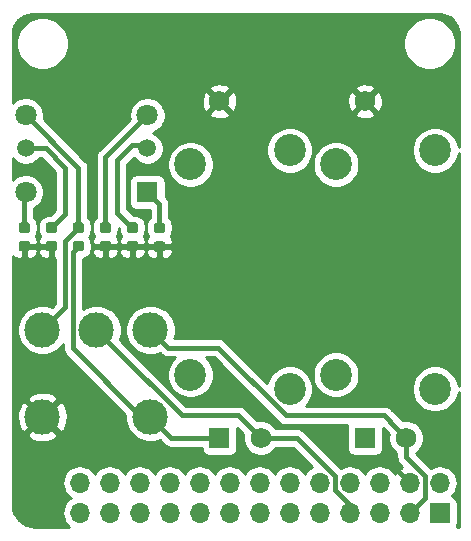
<source format=gbr>
G04 #@! TF.GenerationSoftware,KiCad,Pcbnew,(5.1.4)-1*
G04 #@! TF.CreationDate,2019-12-12T19:48:24+09:00*
G04 #@! TF.ProjectId,microcar_head,6d696372-6f63-4617-925f-686561642e6b,rev?*
G04 #@! TF.SameCoordinates,Original*
G04 #@! TF.FileFunction,Copper,L1,Top*
G04 #@! TF.FilePolarity,Positive*
%FSLAX46Y46*%
G04 Gerber Fmt 4.6, Leading zero omitted, Abs format (unit mm)*
G04 Created by KiCad (PCBNEW (5.1.4)-1) date 2019-12-12 19:48:24*
%MOMM*%
%LPD*%
G04 APERTURE LIST*
%ADD10O,1.700000X1.700000*%
%ADD11R,1.700000X1.700000*%
%ADD12C,1.508000*%
%ADD13C,1.800000*%
%ADD14R,1.800000X1.800000*%
%ADD15C,3.000000*%
%ADD16C,0.100000*%
%ADD17C,0.875000*%
%ADD18C,2.700000*%
%ADD19C,1.750000*%
%ADD20R,1.750000X1.750000*%
%ADD21C,0.400000*%
%ADD22C,0.254000*%
G04 APERTURE END LIST*
D10*
X38735000Y-60960000D03*
X38735000Y-63500000D03*
X41275000Y-60960000D03*
X41275000Y-63500000D03*
X43815000Y-60960000D03*
X43815000Y-63500000D03*
X46355000Y-60960000D03*
X46355000Y-63500000D03*
X48895000Y-60960000D03*
X48895000Y-63500000D03*
X51435000Y-60960000D03*
X51435000Y-63500000D03*
X53975000Y-60960000D03*
X53975000Y-63500000D03*
X56515000Y-60960000D03*
X56515000Y-63500000D03*
X59055000Y-60960000D03*
X59055000Y-63500000D03*
X61595000Y-60960000D03*
X61595000Y-63500000D03*
X64135000Y-60960000D03*
X64135000Y-63500000D03*
X66675000Y-60960000D03*
X66675000Y-63500000D03*
X69215000Y-60960000D03*
D11*
X69215000Y-63500000D03*
D12*
X34150000Y-32645000D03*
X44450000Y-32645000D03*
D13*
X34150000Y-36345000D03*
D14*
X44450000Y-36345000D03*
D13*
X34150000Y-29845000D03*
X44450000Y-29845000D03*
D15*
X44704000Y-48006000D03*
X35560000Y-48006000D03*
X40132000Y-48006000D03*
X35560000Y-55372000D03*
X44704000Y-55372000D03*
D16*
G36*
X34313691Y-38908053D02*
G01*
X34334926Y-38911203D01*
X34355750Y-38916419D01*
X34375962Y-38923651D01*
X34395368Y-38932830D01*
X34413781Y-38943866D01*
X34431024Y-38956654D01*
X34446930Y-38971070D01*
X34461346Y-38986976D01*
X34474134Y-39004219D01*
X34485170Y-39022632D01*
X34494349Y-39042038D01*
X34501581Y-39062250D01*
X34506797Y-39083074D01*
X34509947Y-39104309D01*
X34511000Y-39125750D01*
X34511000Y-39563250D01*
X34509947Y-39584691D01*
X34506797Y-39605926D01*
X34501581Y-39626750D01*
X34494349Y-39646962D01*
X34485170Y-39666368D01*
X34474134Y-39684781D01*
X34461346Y-39702024D01*
X34446930Y-39717930D01*
X34431024Y-39732346D01*
X34413781Y-39745134D01*
X34395368Y-39756170D01*
X34375962Y-39765349D01*
X34355750Y-39772581D01*
X34334926Y-39777797D01*
X34313691Y-39780947D01*
X34292250Y-39782000D01*
X33779750Y-39782000D01*
X33758309Y-39780947D01*
X33737074Y-39777797D01*
X33716250Y-39772581D01*
X33696038Y-39765349D01*
X33676632Y-39756170D01*
X33658219Y-39745134D01*
X33640976Y-39732346D01*
X33625070Y-39717930D01*
X33610654Y-39702024D01*
X33597866Y-39684781D01*
X33586830Y-39666368D01*
X33577651Y-39646962D01*
X33570419Y-39626750D01*
X33565203Y-39605926D01*
X33562053Y-39584691D01*
X33561000Y-39563250D01*
X33561000Y-39125750D01*
X33562053Y-39104309D01*
X33565203Y-39083074D01*
X33570419Y-39062250D01*
X33577651Y-39042038D01*
X33586830Y-39022632D01*
X33597866Y-39004219D01*
X33610654Y-38986976D01*
X33625070Y-38971070D01*
X33640976Y-38956654D01*
X33658219Y-38943866D01*
X33676632Y-38932830D01*
X33696038Y-38923651D01*
X33716250Y-38916419D01*
X33737074Y-38911203D01*
X33758309Y-38908053D01*
X33779750Y-38907000D01*
X34292250Y-38907000D01*
X34313691Y-38908053D01*
X34313691Y-38908053D01*
G37*
D17*
X34036000Y-39344500D03*
D16*
G36*
X34313691Y-40483053D02*
G01*
X34334926Y-40486203D01*
X34355750Y-40491419D01*
X34375962Y-40498651D01*
X34395368Y-40507830D01*
X34413781Y-40518866D01*
X34431024Y-40531654D01*
X34446930Y-40546070D01*
X34461346Y-40561976D01*
X34474134Y-40579219D01*
X34485170Y-40597632D01*
X34494349Y-40617038D01*
X34501581Y-40637250D01*
X34506797Y-40658074D01*
X34509947Y-40679309D01*
X34511000Y-40700750D01*
X34511000Y-41138250D01*
X34509947Y-41159691D01*
X34506797Y-41180926D01*
X34501581Y-41201750D01*
X34494349Y-41221962D01*
X34485170Y-41241368D01*
X34474134Y-41259781D01*
X34461346Y-41277024D01*
X34446930Y-41292930D01*
X34431024Y-41307346D01*
X34413781Y-41320134D01*
X34395368Y-41331170D01*
X34375962Y-41340349D01*
X34355750Y-41347581D01*
X34334926Y-41352797D01*
X34313691Y-41355947D01*
X34292250Y-41357000D01*
X33779750Y-41357000D01*
X33758309Y-41355947D01*
X33737074Y-41352797D01*
X33716250Y-41347581D01*
X33696038Y-41340349D01*
X33676632Y-41331170D01*
X33658219Y-41320134D01*
X33640976Y-41307346D01*
X33625070Y-41292930D01*
X33610654Y-41277024D01*
X33597866Y-41259781D01*
X33586830Y-41241368D01*
X33577651Y-41221962D01*
X33570419Y-41201750D01*
X33565203Y-41180926D01*
X33562053Y-41159691D01*
X33561000Y-41138250D01*
X33561000Y-40700750D01*
X33562053Y-40679309D01*
X33565203Y-40658074D01*
X33570419Y-40637250D01*
X33577651Y-40617038D01*
X33586830Y-40597632D01*
X33597866Y-40579219D01*
X33610654Y-40561976D01*
X33625070Y-40546070D01*
X33640976Y-40531654D01*
X33658219Y-40518866D01*
X33676632Y-40507830D01*
X33696038Y-40498651D01*
X33716250Y-40491419D01*
X33737074Y-40486203D01*
X33758309Y-40483053D01*
X33779750Y-40482000D01*
X34292250Y-40482000D01*
X34313691Y-40483053D01*
X34313691Y-40483053D01*
G37*
D17*
X34036000Y-40919500D03*
D16*
G36*
X36599691Y-38908053D02*
G01*
X36620926Y-38911203D01*
X36641750Y-38916419D01*
X36661962Y-38923651D01*
X36681368Y-38932830D01*
X36699781Y-38943866D01*
X36717024Y-38956654D01*
X36732930Y-38971070D01*
X36747346Y-38986976D01*
X36760134Y-39004219D01*
X36771170Y-39022632D01*
X36780349Y-39042038D01*
X36787581Y-39062250D01*
X36792797Y-39083074D01*
X36795947Y-39104309D01*
X36797000Y-39125750D01*
X36797000Y-39563250D01*
X36795947Y-39584691D01*
X36792797Y-39605926D01*
X36787581Y-39626750D01*
X36780349Y-39646962D01*
X36771170Y-39666368D01*
X36760134Y-39684781D01*
X36747346Y-39702024D01*
X36732930Y-39717930D01*
X36717024Y-39732346D01*
X36699781Y-39745134D01*
X36681368Y-39756170D01*
X36661962Y-39765349D01*
X36641750Y-39772581D01*
X36620926Y-39777797D01*
X36599691Y-39780947D01*
X36578250Y-39782000D01*
X36065750Y-39782000D01*
X36044309Y-39780947D01*
X36023074Y-39777797D01*
X36002250Y-39772581D01*
X35982038Y-39765349D01*
X35962632Y-39756170D01*
X35944219Y-39745134D01*
X35926976Y-39732346D01*
X35911070Y-39717930D01*
X35896654Y-39702024D01*
X35883866Y-39684781D01*
X35872830Y-39666368D01*
X35863651Y-39646962D01*
X35856419Y-39626750D01*
X35851203Y-39605926D01*
X35848053Y-39584691D01*
X35847000Y-39563250D01*
X35847000Y-39125750D01*
X35848053Y-39104309D01*
X35851203Y-39083074D01*
X35856419Y-39062250D01*
X35863651Y-39042038D01*
X35872830Y-39022632D01*
X35883866Y-39004219D01*
X35896654Y-38986976D01*
X35911070Y-38971070D01*
X35926976Y-38956654D01*
X35944219Y-38943866D01*
X35962632Y-38932830D01*
X35982038Y-38923651D01*
X36002250Y-38916419D01*
X36023074Y-38911203D01*
X36044309Y-38908053D01*
X36065750Y-38907000D01*
X36578250Y-38907000D01*
X36599691Y-38908053D01*
X36599691Y-38908053D01*
G37*
D17*
X36322000Y-39344500D03*
D16*
G36*
X36599691Y-40483053D02*
G01*
X36620926Y-40486203D01*
X36641750Y-40491419D01*
X36661962Y-40498651D01*
X36681368Y-40507830D01*
X36699781Y-40518866D01*
X36717024Y-40531654D01*
X36732930Y-40546070D01*
X36747346Y-40561976D01*
X36760134Y-40579219D01*
X36771170Y-40597632D01*
X36780349Y-40617038D01*
X36787581Y-40637250D01*
X36792797Y-40658074D01*
X36795947Y-40679309D01*
X36797000Y-40700750D01*
X36797000Y-41138250D01*
X36795947Y-41159691D01*
X36792797Y-41180926D01*
X36787581Y-41201750D01*
X36780349Y-41221962D01*
X36771170Y-41241368D01*
X36760134Y-41259781D01*
X36747346Y-41277024D01*
X36732930Y-41292930D01*
X36717024Y-41307346D01*
X36699781Y-41320134D01*
X36681368Y-41331170D01*
X36661962Y-41340349D01*
X36641750Y-41347581D01*
X36620926Y-41352797D01*
X36599691Y-41355947D01*
X36578250Y-41357000D01*
X36065750Y-41357000D01*
X36044309Y-41355947D01*
X36023074Y-41352797D01*
X36002250Y-41347581D01*
X35982038Y-41340349D01*
X35962632Y-41331170D01*
X35944219Y-41320134D01*
X35926976Y-41307346D01*
X35911070Y-41292930D01*
X35896654Y-41277024D01*
X35883866Y-41259781D01*
X35872830Y-41241368D01*
X35863651Y-41221962D01*
X35856419Y-41201750D01*
X35851203Y-41180926D01*
X35848053Y-41159691D01*
X35847000Y-41138250D01*
X35847000Y-40700750D01*
X35848053Y-40679309D01*
X35851203Y-40658074D01*
X35856419Y-40637250D01*
X35863651Y-40617038D01*
X35872830Y-40597632D01*
X35883866Y-40579219D01*
X35896654Y-40561976D01*
X35911070Y-40546070D01*
X35926976Y-40531654D01*
X35944219Y-40518866D01*
X35962632Y-40507830D01*
X35982038Y-40498651D01*
X36002250Y-40491419D01*
X36023074Y-40486203D01*
X36044309Y-40483053D01*
X36065750Y-40482000D01*
X36578250Y-40482000D01*
X36599691Y-40483053D01*
X36599691Y-40483053D01*
G37*
D17*
X36322000Y-40919500D03*
D16*
G36*
X41171691Y-38908053D02*
G01*
X41192926Y-38911203D01*
X41213750Y-38916419D01*
X41233962Y-38923651D01*
X41253368Y-38932830D01*
X41271781Y-38943866D01*
X41289024Y-38956654D01*
X41304930Y-38971070D01*
X41319346Y-38986976D01*
X41332134Y-39004219D01*
X41343170Y-39022632D01*
X41352349Y-39042038D01*
X41359581Y-39062250D01*
X41364797Y-39083074D01*
X41367947Y-39104309D01*
X41369000Y-39125750D01*
X41369000Y-39563250D01*
X41367947Y-39584691D01*
X41364797Y-39605926D01*
X41359581Y-39626750D01*
X41352349Y-39646962D01*
X41343170Y-39666368D01*
X41332134Y-39684781D01*
X41319346Y-39702024D01*
X41304930Y-39717930D01*
X41289024Y-39732346D01*
X41271781Y-39745134D01*
X41253368Y-39756170D01*
X41233962Y-39765349D01*
X41213750Y-39772581D01*
X41192926Y-39777797D01*
X41171691Y-39780947D01*
X41150250Y-39782000D01*
X40637750Y-39782000D01*
X40616309Y-39780947D01*
X40595074Y-39777797D01*
X40574250Y-39772581D01*
X40554038Y-39765349D01*
X40534632Y-39756170D01*
X40516219Y-39745134D01*
X40498976Y-39732346D01*
X40483070Y-39717930D01*
X40468654Y-39702024D01*
X40455866Y-39684781D01*
X40444830Y-39666368D01*
X40435651Y-39646962D01*
X40428419Y-39626750D01*
X40423203Y-39605926D01*
X40420053Y-39584691D01*
X40419000Y-39563250D01*
X40419000Y-39125750D01*
X40420053Y-39104309D01*
X40423203Y-39083074D01*
X40428419Y-39062250D01*
X40435651Y-39042038D01*
X40444830Y-39022632D01*
X40455866Y-39004219D01*
X40468654Y-38986976D01*
X40483070Y-38971070D01*
X40498976Y-38956654D01*
X40516219Y-38943866D01*
X40534632Y-38932830D01*
X40554038Y-38923651D01*
X40574250Y-38916419D01*
X40595074Y-38911203D01*
X40616309Y-38908053D01*
X40637750Y-38907000D01*
X41150250Y-38907000D01*
X41171691Y-38908053D01*
X41171691Y-38908053D01*
G37*
D17*
X40894000Y-39344500D03*
D16*
G36*
X41171691Y-40483053D02*
G01*
X41192926Y-40486203D01*
X41213750Y-40491419D01*
X41233962Y-40498651D01*
X41253368Y-40507830D01*
X41271781Y-40518866D01*
X41289024Y-40531654D01*
X41304930Y-40546070D01*
X41319346Y-40561976D01*
X41332134Y-40579219D01*
X41343170Y-40597632D01*
X41352349Y-40617038D01*
X41359581Y-40637250D01*
X41364797Y-40658074D01*
X41367947Y-40679309D01*
X41369000Y-40700750D01*
X41369000Y-41138250D01*
X41367947Y-41159691D01*
X41364797Y-41180926D01*
X41359581Y-41201750D01*
X41352349Y-41221962D01*
X41343170Y-41241368D01*
X41332134Y-41259781D01*
X41319346Y-41277024D01*
X41304930Y-41292930D01*
X41289024Y-41307346D01*
X41271781Y-41320134D01*
X41253368Y-41331170D01*
X41233962Y-41340349D01*
X41213750Y-41347581D01*
X41192926Y-41352797D01*
X41171691Y-41355947D01*
X41150250Y-41357000D01*
X40637750Y-41357000D01*
X40616309Y-41355947D01*
X40595074Y-41352797D01*
X40574250Y-41347581D01*
X40554038Y-41340349D01*
X40534632Y-41331170D01*
X40516219Y-41320134D01*
X40498976Y-41307346D01*
X40483070Y-41292930D01*
X40468654Y-41277024D01*
X40455866Y-41259781D01*
X40444830Y-41241368D01*
X40435651Y-41221962D01*
X40428419Y-41201750D01*
X40423203Y-41180926D01*
X40420053Y-41159691D01*
X40419000Y-41138250D01*
X40419000Y-40700750D01*
X40420053Y-40679309D01*
X40423203Y-40658074D01*
X40428419Y-40637250D01*
X40435651Y-40617038D01*
X40444830Y-40597632D01*
X40455866Y-40579219D01*
X40468654Y-40561976D01*
X40483070Y-40546070D01*
X40498976Y-40531654D01*
X40516219Y-40518866D01*
X40534632Y-40507830D01*
X40554038Y-40498651D01*
X40574250Y-40491419D01*
X40595074Y-40486203D01*
X40616309Y-40483053D01*
X40637750Y-40482000D01*
X41150250Y-40482000D01*
X41171691Y-40483053D01*
X41171691Y-40483053D01*
G37*
D17*
X40894000Y-40919500D03*
D16*
G36*
X43457691Y-38908053D02*
G01*
X43478926Y-38911203D01*
X43499750Y-38916419D01*
X43519962Y-38923651D01*
X43539368Y-38932830D01*
X43557781Y-38943866D01*
X43575024Y-38956654D01*
X43590930Y-38971070D01*
X43605346Y-38986976D01*
X43618134Y-39004219D01*
X43629170Y-39022632D01*
X43638349Y-39042038D01*
X43645581Y-39062250D01*
X43650797Y-39083074D01*
X43653947Y-39104309D01*
X43655000Y-39125750D01*
X43655000Y-39563250D01*
X43653947Y-39584691D01*
X43650797Y-39605926D01*
X43645581Y-39626750D01*
X43638349Y-39646962D01*
X43629170Y-39666368D01*
X43618134Y-39684781D01*
X43605346Y-39702024D01*
X43590930Y-39717930D01*
X43575024Y-39732346D01*
X43557781Y-39745134D01*
X43539368Y-39756170D01*
X43519962Y-39765349D01*
X43499750Y-39772581D01*
X43478926Y-39777797D01*
X43457691Y-39780947D01*
X43436250Y-39782000D01*
X42923750Y-39782000D01*
X42902309Y-39780947D01*
X42881074Y-39777797D01*
X42860250Y-39772581D01*
X42840038Y-39765349D01*
X42820632Y-39756170D01*
X42802219Y-39745134D01*
X42784976Y-39732346D01*
X42769070Y-39717930D01*
X42754654Y-39702024D01*
X42741866Y-39684781D01*
X42730830Y-39666368D01*
X42721651Y-39646962D01*
X42714419Y-39626750D01*
X42709203Y-39605926D01*
X42706053Y-39584691D01*
X42705000Y-39563250D01*
X42705000Y-39125750D01*
X42706053Y-39104309D01*
X42709203Y-39083074D01*
X42714419Y-39062250D01*
X42721651Y-39042038D01*
X42730830Y-39022632D01*
X42741866Y-39004219D01*
X42754654Y-38986976D01*
X42769070Y-38971070D01*
X42784976Y-38956654D01*
X42802219Y-38943866D01*
X42820632Y-38932830D01*
X42840038Y-38923651D01*
X42860250Y-38916419D01*
X42881074Y-38911203D01*
X42902309Y-38908053D01*
X42923750Y-38907000D01*
X43436250Y-38907000D01*
X43457691Y-38908053D01*
X43457691Y-38908053D01*
G37*
D17*
X43180000Y-39344500D03*
D16*
G36*
X43457691Y-40483053D02*
G01*
X43478926Y-40486203D01*
X43499750Y-40491419D01*
X43519962Y-40498651D01*
X43539368Y-40507830D01*
X43557781Y-40518866D01*
X43575024Y-40531654D01*
X43590930Y-40546070D01*
X43605346Y-40561976D01*
X43618134Y-40579219D01*
X43629170Y-40597632D01*
X43638349Y-40617038D01*
X43645581Y-40637250D01*
X43650797Y-40658074D01*
X43653947Y-40679309D01*
X43655000Y-40700750D01*
X43655000Y-41138250D01*
X43653947Y-41159691D01*
X43650797Y-41180926D01*
X43645581Y-41201750D01*
X43638349Y-41221962D01*
X43629170Y-41241368D01*
X43618134Y-41259781D01*
X43605346Y-41277024D01*
X43590930Y-41292930D01*
X43575024Y-41307346D01*
X43557781Y-41320134D01*
X43539368Y-41331170D01*
X43519962Y-41340349D01*
X43499750Y-41347581D01*
X43478926Y-41352797D01*
X43457691Y-41355947D01*
X43436250Y-41357000D01*
X42923750Y-41357000D01*
X42902309Y-41355947D01*
X42881074Y-41352797D01*
X42860250Y-41347581D01*
X42840038Y-41340349D01*
X42820632Y-41331170D01*
X42802219Y-41320134D01*
X42784976Y-41307346D01*
X42769070Y-41292930D01*
X42754654Y-41277024D01*
X42741866Y-41259781D01*
X42730830Y-41241368D01*
X42721651Y-41221962D01*
X42714419Y-41201750D01*
X42709203Y-41180926D01*
X42706053Y-41159691D01*
X42705000Y-41138250D01*
X42705000Y-40700750D01*
X42706053Y-40679309D01*
X42709203Y-40658074D01*
X42714419Y-40637250D01*
X42721651Y-40617038D01*
X42730830Y-40597632D01*
X42741866Y-40579219D01*
X42754654Y-40561976D01*
X42769070Y-40546070D01*
X42784976Y-40531654D01*
X42802219Y-40518866D01*
X42820632Y-40507830D01*
X42840038Y-40498651D01*
X42860250Y-40491419D01*
X42881074Y-40486203D01*
X42902309Y-40483053D01*
X42923750Y-40482000D01*
X43436250Y-40482000D01*
X43457691Y-40483053D01*
X43457691Y-40483053D01*
G37*
D17*
X43180000Y-40919500D03*
D16*
G36*
X45743691Y-38933553D02*
G01*
X45764926Y-38936703D01*
X45785750Y-38941919D01*
X45805962Y-38949151D01*
X45825368Y-38958330D01*
X45843781Y-38969366D01*
X45861024Y-38982154D01*
X45876930Y-38996570D01*
X45891346Y-39012476D01*
X45904134Y-39029719D01*
X45915170Y-39048132D01*
X45924349Y-39067538D01*
X45931581Y-39087750D01*
X45936797Y-39108574D01*
X45939947Y-39129809D01*
X45941000Y-39151250D01*
X45941000Y-39588750D01*
X45939947Y-39610191D01*
X45936797Y-39631426D01*
X45931581Y-39652250D01*
X45924349Y-39672462D01*
X45915170Y-39691868D01*
X45904134Y-39710281D01*
X45891346Y-39727524D01*
X45876930Y-39743430D01*
X45861024Y-39757846D01*
X45843781Y-39770634D01*
X45825368Y-39781670D01*
X45805962Y-39790849D01*
X45785750Y-39798081D01*
X45764926Y-39803297D01*
X45743691Y-39806447D01*
X45722250Y-39807500D01*
X45209750Y-39807500D01*
X45188309Y-39806447D01*
X45167074Y-39803297D01*
X45146250Y-39798081D01*
X45126038Y-39790849D01*
X45106632Y-39781670D01*
X45088219Y-39770634D01*
X45070976Y-39757846D01*
X45055070Y-39743430D01*
X45040654Y-39727524D01*
X45027866Y-39710281D01*
X45016830Y-39691868D01*
X45007651Y-39672462D01*
X45000419Y-39652250D01*
X44995203Y-39631426D01*
X44992053Y-39610191D01*
X44991000Y-39588750D01*
X44991000Y-39151250D01*
X44992053Y-39129809D01*
X44995203Y-39108574D01*
X45000419Y-39087750D01*
X45007651Y-39067538D01*
X45016830Y-39048132D01*
X45027866Y-39029719D01*
X45040654Y-39012476D01*
X45055070Y-38996570D01*
X45070976Y-38982154D01*
X45088219Y-38969366D01*
X45106632Y-38958330D01*
X45126038Y-38949151D01*
X45146250Y-38941919D01*
X45167074Y-38936703D01*
X45188309Y-38933553D01*
X45209750Y-38932500D01*
X45722250Y-38932500D01*
X45743691Y-38933553D01*
X45743691Y-38933553D01*
G37*
D17*
X45466000Y-39370000D03*
D16*
G36*
X45743691Y-40508553D02*
G01*
X45764926Y-40511703D01*
X45785750Y-40516919D01*
X45805962Y-40524151D01*
X45825368Y-40533330D01*
X45843781Y-40544366D01*
X45861024Y-40557154D01*
X45876930Y-40571570D01*
X45891346Y-40587476D01*
X45904134Y-40604719D01*
X45915170Y-40623132D01*
X45924349Y-40642538D01*
X45931581Y-40662750D01*
X45936797Y-40683574D01*
X45939947Y-40704809D01*
X45941000Y-40726250D01*
X45941000Y-41163750D01*
X45939947Y-41185191D01*
X45936797Y-41206426D01*
X45931581Y-41227250D01*
X45924349Y-41247462D01*
X45915170Y-41266868D01*
X45904134Y-41285281D01*
X45891346Y-41302524D01*
X45876930Y-41318430D01*
X45861024Y-41332846D01*
X45843781Y-41345634D01*
X45825368Y-41356670D01*
X45805962Y-41365849D01*
X45785750Y-41373081D01*
X45764926Y-41378297D01*
X45743691Y-41381447D01*
X45722250Y-41382500D01*
X45209750Y-41382500D01*
X45188309Y-41381447D01*
X45167074Y-41378297D01*
X45146250Y-41373081D01*
X45126038Y-41365849D01*
X45106632Y-41356670D01*
X45088219Y-41345634D01*
X45070976Y-41332846D01*
X45055070Y-41318430D01*
X45040654Y-41302524D01*
X45027866Y-41285281D01*
X45016830Y-41266868D01*
X45007651Y-41247462D01*
X45000419Y-41227250D01*
X44995203Y-41206426D01*
X44992053Y-41185191D01*
X44991000Y-41163750D01*
X44991000Y-40726250D01*
X44992053Y-40704809D01*
X44995203Y-40683574D01*
X45000419Y-40662750D01*
X45007651Y-40642538D01*
X45016830Y-40623132D01*
X45027866Y-40604719D01*
X45040654Y-40587476D01*
X45055070Y-40571570D01*
X45070976Y-40557154D01*
X45088219Y-40544366D01*
X45106632Y-40533330D01*
X45126038Y-40524151D01*
X45146250Y-40516919D01*
X45167074Y-40511703D01*
X45188309Y-40508553D01*
X45209750Y-40507500D01*
X45722250Y-40507500D01*
X45743691Y-40508553D01*
X45743691Y-40508553D01*
G37*
D17*
X45466000Y-40945000D03*
D16*
G36*
X38885691Y-38908053D02*
G01*
X38906926Y-38911203D01*
X38927750Y-38916419D01*
X38947962Y-38923651D01*
X38967368Y-38932830D01*
X38985781Y-38943866D01*
X39003024Y-38956654D01*
X39018930Y-38971070D01*
X39033346Y-38986976D01*
X39046134Y-39004219D01*
X39057170Y-39022632D01*
X39066349Y-39042038D01*
X39073581Y-39062250D01*
X39078797Y-39083074D01*
X39081947Y-39104309D01*
X39083000Y-39125750D01*
X39083000Y-39563250D01*
X39081947Y-39584691D01*
X39078797Y-39605926D01*
X39073581Y-39626750D01*
X39066349Y-39646962D01*
X39057170Y-39666368D01*
X39046134Y-39684781D01*
X39033346Y-39702024D01*
X39018930Y-39717930D01*
X39003024Y-39732346D01*
X38985781Y-39745134D01*
X38967368Y-39756170D01*
X38947962Y-39765349D01*
X38927750Y-39772581D01*
X38906926Y-39777797D01*
X38885691Y-39780947D01*
X38864250Y-39782000D01*
X38351750Y-39782000D01*
X38330309Y-39780947D01*
X38309074Y-39777797D01*
X38288250Y-39772581D01*
X38268038Y-39765349D01*
X38248632Y-39756170D01*
X38230219Y-39745134D01*
X38212976Y-39732346D01*
X38197070Y-39717930D01*
X38182654Y-39702024D01*
X38169866Y-39684781D01*
X38158830Y-39666368D01*
X38149651Y-39646962D01*
X38142419Y-39626750D01*
X38137203Y-39605926D01*
X38134053Y-39584691D01*
X38133000Y-39563250D01*
X38133000Y-39125750D01*
X38134053Y-39104309D01*
X38137203Y-39083074D01*
X38142419Y-39062250D01*
X38149651Y-39042038D01*
X38158830Y-39022632D01*
X38169866Y-39004219D01*
X38182654Y-38986976D01*
X38197070Y-38971070D01*
X38212976Y-38956654D01*
X38230219Y-38943866D01*
X38248632Y-38932830D01*
X38268038Y-38923651D01*
X38288250Y-38916419D01*
X38309074Y-38911203D01*
X38330309Y-38908053D01*
X38351750Y-38907000D01*
X38864250Y-38907000D01*
X38885691Y-38908053D01*
X38885691Y-38908053D01*
G37*
D17*
X38608000Y-39344500D03*
D16*
G36*
X38885691Y-40483053D02*
G01*
X38906926Y-40486203D01*
X38927750Y-40491419D01*
X38947962Y-40498651D01*
X38967368Y-40507830D01*
X38985781Y-40518866D01*
X39003024Y-40531654D01*
X39018930Y-40546070D01*
X39033346Y-40561976D01*
X39046134Y-40579219D01*
X39057170Y-40597632D01*
X39066349Y-40617038D01*
X39073581Y-40637250D01*
X39078797Y-40658074D01*
X39081947Y-40679309D01*
X39083000Y-40700750D01*
X39083000Y-41138250D01*
X39081947Y-41159691D01*
X39078797Y-41180926D01*
X39073581Y-41201750D01*
X39066349Y-41221962D01*
X39057170Y-41241368D01*
X39046134Y-41259781D01*
X39033346Y-41277024D01*
X39018930Y-41292930D01*
X39003024Y-41307346D01*
X38985781Y-41320134D01*
X38967368Y-41331170D01*
X38947962Y-41340349D01*
X38927750Y-41347581D01*
X38906926Y-41352797D01*
X38885691Y-41355947D01*
X38864250Y-41357000D01*
X38351750Y-41357000D01*
X38330309Y-41355947D01*
X38309074Y-41352797D01*
X38288250Y-41347581D01*
X38268038Y-41340349D01*
X38248632Y-41331170D01*
X38230219Y-41320134D01*
X38212976Y-41307346D01*
X38197070Y-41292930D01*
X38182654Y-41277024D01*
X38169866Y-41259781D01*
X38158830Y-41241368D01*
X38149651Y-41221962D01*
X38142419Y-41201750D01*
X38137203Y-41180926D01*
X38134053Y-41159691D01*
X38133000Y-41138250D01*
X38133000Y-40700750D01*
X38134053Y-40679309D01*
X38137203Y-40658074D01*
X38142419Y-40637250D01*
X38149651Y-40617038D01*
X38158830Y-40597632D01*
X38169866Y-40579219D01*
X38182654Y-40561976D01*
X38197070Y-40546070D01*
X38212976Y-40531654D01*
X38230219Y-40518866D01*
X38248632Y-40507830D01*
X38268038Y-40498651D01*
X38288250Y-40491419D01*
X38309074Y-40486203D01*
X38330309Y-40483053D01*
X38351750Y-40482000D01*
X38864250Y-40482000D01*
X38885691Y-40483053D01*
X38885691Y-40483053D01*
G37*
D17*
X38608000Y-40919500D03*
D18*
X68815000Y-32800000D03*
X68815000Y-53000000D03*
X60415000Y-34000000D03*
X60415000Y-51800000D03*
D19*
X62865000Y-28650000D03*
X66365000Y-57150000D03*
D20*
X62865000Y-57150000D03*
D18*
X56496000Y-32800000D03*
X56496000Y-53000000D03*
X48096000Y-34000000D03*
X48096000Y-51800000D03*
D19*
X50546000Y-28650000D03*
X54046000Y-57150000D03*
D20*
X50546000Y-57150000D03*
D21*
X66675000Y-60960000D02*
X65825001Y-60110001D01*
X65825001Y-60110001D02*
X64770000Y-59055000D01*
X46482000Y-57150000D02*
X44704000Y-55372000D01*
X50546000Y-57150000D02*
X46482000Y-57150000D01*
X38146388Y-41381112D02*
X38608000Y-40919500D01*
X38146388Y-49576388D02*
X38146388Y-41381112D01*
X44704000Y-55372000D02*
X43942000Y-55372000D01*
X43942000Y-55372000D02*
X38146388Y-49576388D01*
X55283436Y-57150000D02*
X54046000Y-57150000D01*
X57095002Y-57150000D02*
X55283436Y-57150000D01*
X60305001Y-60359999D02*
X57095002Y-57150000D01*
X60305001Y-61520003D02*
X60305001Y-60359999D01*
X61595000Y-63500000D02*
X61595000Y-62810002D01*
X61595000Y-62810002D02*
X60305001Y-61520003D01*
X52141000Y-55245000D02*
X47371000Y-55245000D01*
X54046000Y-57150000D02*
X52141000Y-55245000D01*
X47371000Y-55245000D02*
X41631999Y-49505999D01*
X41631999Y-49505999D02*
X40132000Y-48006000D01*
X67524999Y-62650001D02*
X66675000Y-63500000D01*
X67925001Y-62249999D02*
X67524999Y-62650001D01*
X67925001Y-60359999D02*
X67925001Y-62249999D01*
X66365000Y-57150000D02*
X66365000Y-58799998D01*
X66365000Y-58799998D02*
X67925001Y-60359999D01*
X65490001Y-56275001D02*
X66365000Y-57150000D01*
X64460000Y-55245000D02*
X65490001Y-56275001D01*
X56150998Y-55245000D02*
X64460000Y-55245000D01*
X50411997Y-49505999D02*
X56150998Y-55245000D01*
X44704000Y-48006000D02*
X46203999Y-49505999D01*
X46203999Y-49505999D02*
X50411997Y-49505999D01*
X38608000Y-34303000D02*
X34150000Y-29845000D01*
X38608000Y-39344500D02*
X38608000Y-34303000D01*
X37059999Y-46506001D02*
X35560000Y-48006000D01*
X37465000Y-46101000D02*
X37059999Y-46506001D01*
X38608000Y-39344500D02*
X37465000Y-40487500D01*
X37465000Y-40487500D02*
X37465000Y-46101000D01*
X45466000Y-37361000D02*
X44450000Y-36345000D01*
X45466000Y-39370000D02*
X45466000Y-37361000D01*
X44190000Y-32385000D02*
X44450000Y-32645000D01*
X43180000Y-32385000D02*
X44190000Y-32385000D01*
X41910000Y-33655000D02*
X43180000Y-32385000D01*
X43180000Y-39344500D02*
X41910000Y-38074500D01*
X41910000Y-38074500D02*
X41910000Y-33655000D01*
X40894000Y-33401000D02*
X44450000Y-29845000D01*
X40894000Y-39344500D02*
X40894000Y-33401000D01*
X35820000Y-32645000D02*
X34150000Y-32645000D01*
X37465000Y-34290000D02*
X35820000Y-32645000D01*
X36322000Y-39344500D02*
X37465000Y-38201500D01*
X37465000Y-38201500D02*
X37465000Y-34290000D01*
X34036000Y-36459000D02*
X34150000Y-36345000D01*
X34036000Y-39344500D02*
X34036000Y-36459000D01*
D22*
G36*
X36630001Y-34635869D02*
G01*
X36630000Y-37855632D01*
X36216705Y-38268928D01*
X36065750Y-38268928D01*
X35898592Y-38285392D01*
X35737858Y-38334150D01*
X35589725Y-38413329D01*
X35459885Y-38519885D01*
X35353329Y-38649725D01*
X35274150Y-38797858D01*
X35225392Y-38958592D01*
X35208928Y-39125750D01*
X35208928Y-39563250D01*
X35225392Y-39730408D01*
X35274150Y-39891142D01*
X35353329Y-40039275D01*
X35371100Y-40060930D01*
X35316463Y-40127506D01*
X35257498Y-40237820D01*
X35221188Y-40357518D01*
X35208928Y-40482000D01*
X35212000Y-40633750D01*
X35370750Y-40792500D01*
X36195000Y-40792500D01*
X36195000Y-40772500D01*
X36449000Y-40772500D01*
X36449000Y-40792500D01*
X36469000Y-40792500D01*
X36469000Y-41046500D01*
X36449000Y-41046500D01*
X36449000Y-41833250D01*
X36607750Y-41992000D01*
X36630000Y-41992361D01*
X36630001Y-45755132D01*
X36498579Y-45886553D01*
X36498569Y-45886562D01*
X36359058Y-46026074D01*
X36182756Y-45953047D01*
X35770279Y-45871000D01*
X35349721Y-45871000D01*
X34937244Y-45953047D01*
X34548698Y-46113988D01*
X34199017Y-46347637D01*
X33901637Y-46645017D01*
X33667988Y-46994698D01*
X33507047Y-47383244D01*
X33425000Y-47795721D01*
X33425000Y-48216279D01*
X33507047Y-48628756D01*
X33667988Y-49017302D01*
X33901637Y-49366983D01*
X34199017Y-49664363D01*
X34548698Y-49898012D01*
X34937244Y-50058953D01*
X35349721Y-50141000D01*
X35770279Y-50141000D01*
X36182756Y-50058953D01*
X36571302Y-49898012D01*
X36920983Y-49664363D01*
X37218363Y-49366983D01*
X37311388Y-49227761D01*
X37311388Y-49535369D01*
X37307348Y-49576388D01*
X37311388Y-49617406D01*
X37323470Y-49740076D01*
X37371216Y-49897474D01*
X37448752Y-50042533D01*
X37553097Y-50169679D01*
X37584967Y-50195834D01*
X42569000Y-55179868D01*
X42569000Y-55582279D01*
X42651047Y-55994756D01*
X42811988Y-56383302D01*
X43045637Y-56732983D01*
X43343017Y-57030363D01*
X43692698Y-57264012D01*
X44081244Y-57424953D01*
X44493721Y-57507000D01*
X44914279Y-57507000D01*
X45326756Y-57424953D01*
X45503058Y-57351926D01*
X45862563Y-57711432D01*
X45888709Y-57743291D01*
X46015854Y-57847636D01*
X46160913Y-57925172D01*
X46318311Y-57972918D01*
X46440981Y-57985000D01*
X46440982Y-57985000D01*
X46482000Y-57989040D01*
X46523018Y-57985000D01*
X49032928Y-57985000D01*
X49032928Y-58025000D01*
X49045188Y-58149482D01*
X49081498Y-58269180D01*
X49140463Y-58379494D01*
X49219815Y-58476185D01*
X49316506Y-58555537D01*
X49426820Y-58614502D01*
X49546518Y-58650812D01*
X49671000Y-58663072D01*
X51421000Y-58663072D01*
X51545482Y-58650812D01*
X51665180Y-58614502D01*
X51775494Y-58555537D01*
X51872185Y-58476185D01*
X51951537Y-58379494D01*
X52010502Y-58269180D01*
X52046812Y-58149482D01*
X52059072Y-58025000D01*
X52059072Y-56343940D01*
X52565932Y-56850800D01*
X52536000Y-57001278D01*
X52536000Y-57298722D01*
X52594029Y-57590451D01*
X52707856Y-57865253D01*
X52873107Y-58112569D01*
X53083431Y-58322893D01*
X53330747Y-58488144D01*
X53605549Y-58601971D01*
X53897278Y-58660000D01*
X54194722Y-58660000D01*
X54486451Y-58601971D01*
X54761253Y-58488144D01*
X55008569Y-58322893D01*
X55218893Y-58112569D01*
X55304132Y-57985000D01*
X56749135Y-57985000D01*
X58393754Y-59629620D01*
X58225986Y-59719294D01*
X57999866Y-59904866D01*
X57814294Y-60130986D01*
X57785000Y-60185791D01*
X57755706Y-60130986D01*
X57570134Y-59904866D01*
X57344014Y-59719294D01*
X57086034Y-59581401D01*
X56806111Y-59496487D01*
X56587950Y-59475000D01*
X56442050Y-59475000D01*
X56223889Y-59496487D01*
X55943966Y-59581401D01*
X55685986Y-59719294D01*
X55459866Y-59904866D01*
X55274294Y-60130986D01*
X55245000Y-60185791D01*
X55215706Y-60130986D01*
X55030134Y-59904866D01*
X54804014Y-59719294D01*
X54546034Y-59581401D01*
X54266111Y-59496487D01*
X54047950Y-59475000D01*
X53902050Y-59475000D01*
X53683889Y-59496487D01*
X53403966Y-59581401D01*
X53145986Y-59719294D01*
X52919866Y-59904866D01*
X52734294Y-60130986D01*
X52705000Y-60185791D01*
X52675706Y-60130986D01*
X52490134Y-59904866D01*
X52264014Y-59719294D01*
X52006034Y-59581401D01*
X51726111Y-59496487D01*
X51507950Y-59475000D01*
X51362050Y-59475000D01*
X51143889Y-59496487D01*
X50863966Y-59581401D01*
X50605986Y-59719294D01*
X50379866Y-59904866D01*
X50194294Y-60130986D01*
X50165000Y-60185791D01*
X50135706Y-60130986D01*
X49950134Y-59904866D01*
X49724014Y-59719294D01*
X49466034Y-59581401D01*
X49186111Y-59496487D01*
X48967950Y-59475000D01*
X48822050Y-59475000D01*
X48603889Y-59496487D01*
X48323966Y-59581401D01*
X48065986Y-59719294D01*
X47839866Y-59904866D01*
X47654294Y-60130986D01*
X47625000Y-60185791D01*
X47595706Y-60130986D01*
X47410134Y-59904866D01*
X47184014Y-59719294D01*
X46926034Y-59581401D01*
X46646111Y-59496487D01*
X46427950Y-59475000D01*
X46282050Y-59475000D01*
X46063889Y-59496487D01*
X45783966Y-59581401D01*
X45525986Y-59719294D01*
X45299866Y-59904866D01*
X45114294Y-60130986D01*
X45085000Y-60185791D01*
X45055706Y-60130986D01*
X44870134Y-59904866D01*
X44644014Y-59719294D01*
X44386034Y-59581401D01*
X44106111Y-59496487D01*
X43887950Y-59475000D01*
X43742050Y-59475000D01*
X43523889Y-59496487D01*
X43243966Y-59581401D01*
X42985986Y-59719294D01*
X42759866Y-59904866D01*
X42574294Y-60130986D01*
X42545000Y-60185791D01*
X42515706Y-60130986D01*
X42330134Y-59904866D01*
X42104014Y-59719294D01*
X41846034Y-59581401D01*
X41566111Y-59496487D01*
X41347950Y-59475000D01*
X41202050Y-59475000D01*
X40983889Y-59496487D01*
X40703966Y-59581401D01*
X40445986Y-59719294D01*
X40219866Y-59904866D01*
X40034294Y-60130986D01*
X40005000Y-60185791D01*
X39975706Y-60130986D01*
X39790134Y-59904866D01*
X39564014Y-59719294D01*
X39306034Y-59581401D01*
X39026111Y-59496487D01*
X38807950Y-59475000D01*
X38662050Y-59475000D01*
X38443889Y-59496487D01*
X38163966Y-59581401D01*
X37905986Y-59719294D01*
X37679866Y-59904866D01*
X37494294Y-60130986D01*
X37356401Y-60388966D01*
X37271487Y-60668889D01*
X37242815Y-60960000D01*
X37271487Y-61251111D01*
X37356401Y-61531034D01*
X37494294Y-61789014D01*
X37679866Y-62015134D01*
X37905986Y-62200706D01*
X37960791Y-62230000D01*
X37905986Y-62259294D01*
X37679866Y-62444866D01*
X37494294Y-62670986D01*
X37356401Y-62928966D01*
X37271487Y-63208889D01*
X37242815Y-63500000D01*
X37271487Y-63791111D01*
X37356401Y-64071034D01*
X37494294Y-64329014D01*
X37679866Y-64555134D01*
X37807646Y-64660000D01*
X34957279Y-64660000D01*
X34560455Y-64621091D01*
X34209794Y-64515220D01*
X33886377Y-64343257D01*
X33602518Y-64111748D01*
X33369035Y-63829514D01*
X33194816Y-63507304D01*
X33086498Y-63157385D01*
X33045000Y-62762557D01*
X33045000Y-56863653D01*
X34247952Y-56863653D01*
X34403962Y-57179214D01*
X34778745Y-57370020D01*
X35183551Y-57484044D01*
X35602824Y-57516902D01*
X36020451Y-57467334D01*
X36420383Y-57337243D01*
X36716038Y-57179214D01*
X36872048Y-56863653D01*
X35560000Y-55551605D01*
X34247952Y-56863653D01*
X33045000Y-56863653D01*
X33045000Y-55414824D01*
X33415098Y-55414824D01*
X33464666Y-55832451D01*
X33594757Y-56232383D01*
X33752786Y-56528038D01*
X34068347Y-56684048D01*
X35380395Y-55372000D01*
X35739605Y-55372000D01*
X37051653Y-56684048D01*
X37367214Y-56528038D01*
X37558020Y-56153255D01*
X37672044Y-55748449D01*
X37704902Y-55329176D01*
X37655334Y-54911549D01*
X37525243Y-54511617D01*
X37367214Y-54215962D01*
X37051653Y-54059952D01*
X35739605Y-55372000D01*
X35380395Y-55372000D01*
X34068347Y-54059952D01*
X33752786Y-54215962D01*
X33561980Y-54590745D01*
X33447956Y-54995551D01*
X33415098Y-55414824D01*
X33045000Y-55414824D01*
X33045000Y-53880347D01*
X34247952Y-53880347D01*
X35560000Y-55192395D01*
X36872048Y-53880347D01*
X36716038Y-53564786D01*
X36341255Y-53373980D01*
X35936449Y-53259956D01*
X35517176Y-53227098D01*
X35099549Y-53276666D01*
X34699617Y-53406757D01*
X34403962Y-53564786D01*
X34247952Y-53880347D01*
X33045000Y-53880347D01*
X33045000Y-41729207D01*
X33109815Y-41808185D01*
X33206506Y-41887537D01*
X33316820Y-41946502D01*
X33436518Y-41982812D01*
X33561000Y-41995072D01*
X33750250Y-41992000D01*
X33909000Y-41833250D01*
X33909000Y-41046500D01*
X34163000Y-41046500D01*
X34163000Y-41833250D01*
X34321750Y-41992000D01*
X34511000Y-41995072D01*
X34635482Y-41982812D01*
X34755180Y-41946502D01*
X34865494Y-41887537D01*
X34962185Y-41808185D01*
X35041537Y-41711494D01*
X35100502Y-41601180D01*
X35136812Y-41481482D01*
X35149072Y-41357000D01*
X35208928Y-41357000D01*
X35221188Y-41481482D01*
X35257498Y-41601180D01*
X35316463Y-41711494D01*
X35395815Y-41808185D01*
X35492506Y-41887537D01*
X35602820Y-41946502D01*
X35722518Y-41982812D01*
X35847000Y-41995072D01*
X36036250Y-41992000D01*
X36195000Y-41833250D01*
X36195000Y-41046500D01*
X35370750Y-41046500D01*
X35212000Y-41205250D01*
X35208928Y-41357000D01*
X35149072Y-41357000D01*
X35146000Y-41205250D01*
X34987250Y-41046500D01*
X34163000Y-41046500D01*
X33909000Y-41046500D01*
X33889000Y-41046500D01*
X33889000Y-40792500D01*
X33909000Y-40792500D01*
X33909000Y-40772500D01*
X34163000Y-40772500D01*
X34163000Y-40792500D01*
X34987250Y-40792500D01*
X35146000Y-40633750D01*
X35149072Y-40482000D01*
X35136812Y-40357518D01*
X35100502Y-40237820D01*
X35041537Y-40127506D01*
X34986900Y-40060930D01*
X35004671Y-40039275D01*
X35083850Y-39891142D01*
X35132608Y-39730408D01*
X35149072Y-39563250D01*
X35149072Y-39125750D01*
X35132608Y-38958592D01*
X35083850Y-38797858D01*
X35004671Y-38649725D01*
X34898115Y-38519885D01*
X34871000Y-38497632D01*
X34871000Y-37707824D01*
X34877095Y-37705299D01*
X35128505Y-37537312D01*
X35342312Y-37323505D01*
X35510299Y-37072095D01*
X35626011Y-36792743D01*
X35685000Y-36496184D01*
X35685000Y-36193816D01*
X35626011Y-35897257D01*
X35510299Y-35617905D01*
X35342312Y-35366495D01*
X35128505Y-35152688D01*
X34877095Y-34984701D01*
X34597743Y-34868989D01*
X34301184Y-34810000D01*
X33998816Y-34810000D01*
X33702257Y-34868989D01*
X33422905Y-34984701D01*
X33171495Y-35152688D01*
X33045000Y-35279183D01*
X33045000Y-33491385D01*
X33071093Y-33530436D01*
X33264564Y-33723907D01*
X33492062Y-33875916D01*
X33744844Y-33980622D01*
X34013195Y-34034000D01*
X34286805Y-34034000D01*
X34555156Y-33980622D01*
X34807938Y-33875916D01*
X35035436Y-33723907D01*
X35228907Y-33530436D01*
X35262607Y-33480000D01*
X35474133Y-33480000D01*
X36630001Y-34635869D01*
X36630001Y-34635869D01*
G37*
X36630001Y-34635869D02*
X36630000Y-37855632D01*
X36216705Y-38268928D01*
X36065750Y-38268928D01*
X35898592Y-38285392D01*
X35737858Y-38334150D01*
X35589725Y-38413329D01*
X35459885Y-38519885D01*
X35353329Y-38649725D01*
X35274150Y-38797858D01*
X35225392Y-38958592D01*
X35208928Y-39125750D01*
X35208928Y-39563250D01*
X35225392Y-39730408D01*
X35274150Y-39891142D01*
X35353329Y-40039275D01*
X35371100Y-40060930D01*
X35316463Y-40127506D01*
X35257498Y-40237820D01*
X35221188Y-40357518D01*
X35208928Y-40482000D01*
X35212000Y-40633750D01*
X35370750Y-40792500D01*
X36195000Y-40792500D01*
X36195000Y-40772500D01*
X36449000Y-40772500D01*
X36449000Y-40792500D01*
X36469000Y-40792500D01*
X36469000Y-41046500D01*
X36449000Y-41046500D01*
X36449000Y-41833250D01*
X36607750Y-41992000D01*
X36630000Y-41992361D01*
X36630001Y-45755132D01*
X36498579Y-45886553D01*
X36498569Y-45886562D01*
X36359058Y-46026074D01*
X36182756Y-45953047D01*
X35770279Y-45871000D01*
X35349721Y-45871000D01*
X34937244Y-45953047D01*
X34548698Y-46113988D01*
X34199017Y-46347637D01*
X33901637Y-46645017D01*
X33667988Y-46994698D01*
X33507047Y-47383244D01*
X33425000Y-47795721D01*
X33425000Y-48216279D01*
X33507047Y-48628756D01*
X33667988Y-49017302D01*
X33901637Y-49366983D01*
X34199017Y-49664363D01*
X34548698Y-49898012D01*
X34937244Y-50058953D01*
X35349721Y-50141000D01*
X35770279Y-50141000D01*
X36182756Y-50058953D01*
X36571302Y-49898012D01*
X36920983Y-49664363D01*
X37218363Y-49366983D01*
X37311388Y-49227761D01*
X37311388Y-49535369D01*
X37307348Y-49576388D01*
X37311388Y-49617406D01*
X37323470Y-49740076D01*
X37371216Y-49897474D01*
X37448752Y-50042533D01*
X37553097Y-50169679D01*
X37584967Y-50195834D01*
X42569000Y-55179868D01*
X42569000Y-55582279D01*
X42651047Y-55994756D01*
X42811988Y-56383302D01*
X43045637Y-56732983D01*
X43343017Y-57030363D01*
X43692698Y-57264012D01*
X44081244Y-57424953D01*
X44493721Y-57507000D01*
X44914279Y-57507000D01*
X45326756Y-57424953D01*
X45503058Y-57351926D01*
X45862563Y-57711432D01*
X45888709Y-57743291D01*
X46015854Y-57847636D01*
X46160913Y-57925172D01*
X46318311Y-57972918D01*
X46440981Y-57985000D01*
X46440982Y-57985000D01*
X46482000Y-57989040D01*
X46523018Y-57985000D01*
X49032928Y-57985000D01*
X49032928Y-58025000D01*
X49045188Y-58149482D01*
X49081498Y-58269180D01*
X49140463Y-58379494D01*
X49219815Y-58476185D01*
X49316506Y-58555537D01*
X49426820Y-58614502D01*
X49546518Y-58650812D01*
X49671000Y-58663072D01*
X51421000Y-58663072D01*
X51545482Y-58650812D01*
X51665180Y-58614502D01*
X51775494Y-58555537D01*
X51872185Y-58476185D01*
X51951537Y-58379494D01*
X52010502Y-58269180D01*
X52046812Y-58149482D01*
X52059072Y-58025000D01*
X52059072Y-56343940D01*
X52565932Y-56850800D01*
X52536000Y-57001278D01*
X52536000Y-57298722D01*
X52594029Y-57590451D01*
X52707856Y-57865253D01*
X52873107Y-58112569D01*
X53083431Y-58322893D01*
X53330747Y-58488144D01*
X53605549Y-58601971D01*
X53897278Y-58660000D01*
X54194722Y-58660000D01*
X54486451Y-58601971D01*
X54761253Y-58488144D01*
X55008569Y-58322893D01*
X55218893Y-58112569D01*
X55304132Y-57985000D01*
X56749135Y-57985000D01*
X58393754Y-59629620D01*
X58225986Y-59719294D01*
X57999866Y-59904866D01*
X57814294Y-60130986D01*
X57785000Y-60185791D01*
X57755706Y-60130986D01*
X57570134Y-59904866D01*
X57344014Y-59719294D01*
X57086034Y-59581401D01*
X56806111Y-59496487D01*
X56587950Y-59475000D01*
X56442050Y-59475000D01*
X56223889Y-59496487D01*
X55943966Y-59581401D01*
X55685986Y-59719294D01*
X55459866Y-59904866D01*
X55274294Y-60130986D01*
X55245000Y-60185791D01*
X55215706Y-60130986D01*
X55030134Y-59904866D01*
X54804014Y-59719294D01*
X54546034Y-59581401D01*
X54266111Y-59496487D01*
X54047950Y-59475000D01*
X53902050Y-59475000D01*
X53683889Y-59496487D01*
X53403966Y-59581401D01*
X53145986Y-59719294D01*
X52919866Y-59904866D01*
X52734294Y-60130986D01*
X52705000Y-60185791D01*
X52675706Y-60130986D01*
X52490134Y-59904866D01*
X52264014Y-59719294D01*
X52006034Y-59581401D01*
X51726111Y-59496487D01*
X51507950Y-59475000D01*
X51362050Y-59475000D01*
X51143889Y-59496487D01*
X50863966Y-59581401D01*
X50605986Y-59719294D01*
X50379866Y-59904866D01*
X50194294Y-60130986D01*
X50165000Y-60185791D01*
X50135706Y-60130986D01*
X49950134Y-59904866D01*
X49724014Y-59719294D01*
X49466034Y-59581401D01*
X49186111Y-59496487D01*
X48967950Y-59475000D01*
X48822050Y-59475000D01*
X48603889Y-59496487D01*
X48323966Y-59581401D01*
X48065986Y-59719294D01*
X47839866Y-59904866D01*
X47654294Y-60130986D01*
X47625000Y-60185791D01*
X47595706Y-60130986D01*
X47410134Y-59904866D01*
X47184014Y-59719294D01*
X46926034Y-59581401D01*
X46646111Y-59496487D01*
X46427950Y-59475000D01*
X46282050Y-59475000D01*
X46063889Y-59496487D01*
X45783966Y-59581401D01*
X45525986Y-59719294D01*
X45299866Y-59904866D01*
X45114294Y-60130986D01*
X45085000Y-60185791D01*
X45055706Y-60130986D01*
X44870134Y-59904866D01*
X44644014Y-59719294D01*
X44386034Y-59581401D01*
X44106111Y-59496487D01*
X43887950Y-59475000D01*
X43742050Y-59475000D01*
X43523889Y-59496487D01*
X43243966Y-59581401D01*
X42985986Y-59719294D01*
X42759866Y-59904866D01*
X42574294Y-60130986D01*
X42545000Y-60185791D01*
X42515706Y-60130986D01*
X42330134Y-59904866D01*
X42104014Y-59719294D01*
X41846034Y-59581401D01*
X41566111Y-59496487D01*
X41347950Y-59475000D01*
X41202050Y-59475000D01*
X40983889Y-59496487D01*
X40703966Y-59581401D01*
X40445986Y-59719294D01*
X40219866Y-59904866D01*
X40034294Y-60130986D01*
X40005000Y-60185791D01*
X39975706Y-60130986D01*
X39790134Y-59904866D01*
X39564014Y-59719294D01*
X39306034Y-59581401D01*
X39026111Y-59496487D01*
X38807950Y-59475000D01*
X38662050Y-59475000D01*
X38443889Y-59496487D01*
X38163966Y-59581401D01*
X37905986Y-59719294D01*
X37679866Y-59904866D01*
X37494294Y-60130986D01*
X37356401Y-60388966D01*
X37271487Y-60668889D01*
X37242815Y-60960000D01*
X37271487Y-61251111D01*
X37356401Y-61531034D01*
X37494294Y-61789014D01*
X37679866Y-62015134D01*
X37905986Y-62200706D01*
X37960791Y-62230000D01*
X37905986Y-62259294D01*
X37679866Y-62444866D01*
X37494294Y-62670986D01*
X37356401Y-62928966D01*
X37271487Y-63208889D01*
X37242815Y-63500000D01*
X37271487Y-63791111D01*
X37356401Y-64071034D01*
X37494294Y-64329014D01*
X37679866Y-64555134D01*
X37807646Y-64660000D01*
X34957279Y-64660000D01*
X34560455Y-64621091D01*
X34209794Y-64515220D01*
X33886377Y-64343257D01*
X33602518Y-64111748D01*
X33369035Y-63829514D01*
X33194816Y-63507304D01*
X33086498Y-63157385D01*
X33045000Y-62762557D01*
X33045000Y-56863653D01*
X34247952Y-56863653D01*
X34403962Y-57179214D01*
X34778745Y-57370020D01*
X35183551Y-57484044D01*
X35602824Y-57516902D01*
X36020451Y-57467334D01*
X36420383Y-57337243D01*
X36716038Y-57179214D01*
X36872048Y-56863653D01*
X35560000Y-55551605D01*
X34247952Y-56863653D01*
X33045000Y-56863653D01*
X33045000Y-55414824D01*
X33415098Y-55414824D01*
X33464666Y-55832451D01*
X33594757Y-56232383D01*
X33752786Y-56528038D01*
X34068347Y-56684048D01*
X35380395Y-55372000D01*
X35739605Y-55372000D01*
X37051653Y-56684048D01*
X37367214Y-56528038D01*
X37558020Y-56153255D01*
X37672044Y-55748449D01*
X37704902Y-55329176D01*
X37655334Y-54911549D01*
X37525243Y-54511617D01*
X37367214Y-54215962D01*
X37051653Y-54059952D01*
X35739605Y-55372000D01*
X35380395Y-55372000D01*
X34068347Y-54059952D01*
X33752786Y-54215962D01*
X33561980Y-54590745D01*
X33447956Y-54995551D01*
X33415098Y-55414824D01*
X33045000Y-55414824D01*
X33045000Y-53880347D01*
X34247952Y-53880347D01*
X35560000Y-55192395D01*
X36872048Y-53880347D01*
X36716038Y-53564786D01*
X36341255Y-53373980D01*
X35936449Y-53259956D01*
X35517176Y-53227098D01*
X35099549Y-53276666D01*
X34699617Y-53406757D01*
X34403962Y-53564786D01*
X34247952Y-53880347D01*
X33045000Y-53880347D01*
X33045000Y-41729207D01*
X33109815Y-41808185D01*
X33206506Y-41887537D01*
X33316820Y-41946502D01*
X33436518Y-41982812D01*
X33561000Y-41995072D01*
X33750250Y-41992000D01*
X33909000Y-41833250D01*
X33909000Y-41046500D01*
X34163000Y-41046500D01*
X34163000Y-41833250D01*
X34321750Y-41992000D01*
X34511000Y-41995072D01*
X34635482Y-41982812D01*
X34755180Y-41946502D01*
X34865494Y-41887537D01*
X34962185Y-41808185D01*
X35041537Y-41711494D01*
X35100502Y-41601180D01*
X35136812Y-41481482D01*
X35149072Y-41357000D01*
X35208928Y-41357000D01*
X35221188Y-41481482D01*
X35257498Y-41601180D01*
X35316463Y-41711494D01*
X35395815Y-41808185D01*
X35492506Y-41887537D01*
X35602820Y-41946502D01*
X35722518Y-41982812D01*
X35847000Y-41995072D01*
X36036250Y-41992000D01*
X36195000Y-41833250D01*
X36195000Y-41046500D01*
X35370750Y-41046500D01*
X35212000Y-41205250D01*
X35208928Y-41357000D01*
X35149072Y-41357000D01*
X35146000Y-41205250D01*
X34987250Y-41046500D01*
X34163000Y-41046500D01*
X33909000Y-41046500D01*
X33889000Y-41046500D01*
X33889000Y-40792500D01*
X33909000Y-40792500D01*
X33909000Y-40772500D01*
X34163000Y-40772500D01*
X34163000Y-40792500D01*
X34987250Y-40792500D01*
X35146000Y-40633750D01*
X35149072Y-40482000D01*
X35136812Y-40357518D01*
X35100502Y-40237820D01*
X35041537Y-40127506D01*
X34986900Y-40060930D01*
X35004671Y-40039275D01*
X35083850Y-39891142D01*
X35132608Y-39730408D01*
X35149072Y-39563250D01*
X35149072Y-39125750D01*
X35132608Y-38958592D01*
X35083850Y-38797858D01*
X35004671Y-38649725D01*
X34898115Y-38519885D01*
X34871000Y-38497632D01*
X34871000Y-37707824D01*
X34877095Y-37705299D01*
X35128505Y-37537312D01*
X35342312Y-37323505D01*
X35510299Y-37072095D01*
X35626011Y-36792743D01*
X35685000Y-36496184D01*
X35685000Y-36193816D01*
X35626011Y-35897257D01*
X35510299Y-35617905D01*
X35342312Y-35366495D01*
X35128505Y-35152688D01*
X34877095Y-34984701D01*
X34597743Y-34868989D01*
X34301184Y-34810000D01*
X33998816Y-34810000D01*
X33702257Y-34868989D01*
X33422905Y-34984701D01*
X33171495Y-35152688D01*
X33045000Y-35279183D01*
X33045000Y-33491385D01*
X33071093Y-33530436D01*
X33264564Y-33723907D01*
X33492062Y-33875916D01*
X33744844Y-33980622D01*
X34013195Y-34034000D01*
X34286805Y-34034000D01*
X34555156Y-33980622D01*
X34807938Y-33875916D01*
X35035436Y-33723907D01*
X35228907Y-33530436D01*
X35262607Y-33480000D01*
X35474133Y-33480000D01*
X36630001Y-34635869D01*
G36*
X69520302Y-21318100D02*
G01*
X69813976Y-21406765D01*
X70084843Y-21550787D01*
X70322565Y-21744669D01*
X70518111Y-21981043D01*
X70664018Y-22250892D01*
X70754731Y-22543939D01*
X70790000Y-22879496D01*
X70790000Y-32554222D01*
X70723718Y-32220997D01*
X70574085Y-31859750D01*
X70356851Y-31534636D01*
X70080364Y-31258149D01*
X69755250Y-31040915D01*
X69394003Y-30891282D01*
X69010505Y-30815000D01*
X68619495Y-30815000D01*
X68235997Y-30891282D01*
X67874750Y-31040915D01*
X67549636Y-31258149D01*
X67273149Y-31534636D01*
X67055915Y-31859750D01*
X66906282Y-32220997D01*
X66830000Y-32604495D01*
X66830000Y-32995505D01*
X66906282Y-33379003D01*
X67055915Y-33740250D01*
X67273149Y-34065364D01*
X67549636Y-34341851D01*
X67874750Y-34559085D01*
X68235997Y-34708718D01*
X68619495Y-34785000D01*
X69010505Y-34785000D01*
X69394003Y-34708718D01*
X69755250Y-34559085D01*
X70080364Y-34341851D01*
X70356851Y-34065364D01*
X70574085Y-33740250D01*
X70723718Y-33379003D01*
X70790000Y-33045778D01*
X70790001Y-52754225D01*
X70723718Y-52420997D01*
X70574085Y-52059750D01*
X70356851Y-51734636D01*
X70080364Y-51458149D01*
X69755250Y-51240915D01*
X69394003Y-51091282D01*
X69010505Y-51015000D01*
X68619495Y-51015000D01*
X68235997Y-51091282D01*
X67874750Y-51240915D01*
X67549636Y-51458149D01*
X67273149Y-51734636D01*
X67055915Y-52059750D01*
X66906282Y-52420997D01*
X66830000Y-52804495D01*
X66830000Y-53195505D01*
X66906282Y-53579003D01*
X67055915Y-53940250D01*
X67273149Y-54265364D01*
X67549636Y-54541851D01*
X67874750Y-54759085D01*
X68235997Y-54908718D01*
X68619495Y-54985000D01*
X69010505Y-54985000D01*
X69394003Y-54908718D01*
X69755250Y-54759085D01*
X70080364Y-54541851D01*
X70356851Y-54265364D01*
X70574085Y-53940250D01*
X70723718Y-53579003D01*
X70790001Y-53245775D01*
X70790001Y-64660000D01*
X70619320Y-64660000D01*
X70654502Y-64594180D01*
X70690812Y-64474482D01*
X70703072Y-64350000D01*
X70703072Y-62650000D01*
X70690812Y-62525518D01*
X70654502Y-62405820D01*
X70595537Y-62295506D01*
X70516185Y-62198815D01*
X70419494Y-62119463D01*
X70309180Y-62060498D01*
X70240313Y-62039607D01*
X70270134Y-62015134D01*
X70455706Y-61789014D01*
X70593599Y-61531034D01*
X70678513Y-61251111D01*
X70707185Y-60960000D01*
X70678513Y-60668889D01*
X70593599Y-60388966D01*
X70455706Y-60130986D01*
X70270134Y-59904866D01*
X70044014Y-59719294D01*
X69786034Y-59581401D01*
X69506111Y-59496487D01*
X69287950Y-59475000D01*
X69142050Y-59475000D01*
X68923889Y-59496487D01*
X68643966Y-59581401D01*
X68437585Y-59691714D01*
X67200000Y-58454131D01*
X67200000Y-58408132D01*
X67327569Y-58322893D01*
X67537893Y-58112569D01*
X67703144Y-57865253D01*
X67816971Y-57590451D01*
X67875000Y-57298722D01*
X67875000Y-57001278D01*
X67816971Y-56709549D01*
X67703144Y-56434747D01*
X67537893Y-56187431D01*
X67327569Y-55977107D01*
X67080253Y-55811856D01*
X66805451Y-55698029D01*
X66513722Y-55640000D01*
X66216278Y-55640000D01*
X66065800Y-55669932D01*
X65079446Y-54683579D01*
X65053291Y-54651709D01*
X64926146Y-54547364D01*
X64781087Y-54469828D01*
X64623689Y-54422082D01*
X64501019Y-54410000D01*
X64501018Y-54410000D01*
X64460000Y-54405960D01*
X64418982Y-54410000D01*
X57893215Y-54410000D01*
X58037851Y-54265364D01*
X58255085Y-53940250D01*
X58404718Y-53579003D01*
X58481000Y-53195505D01*
X58481000Y-52804495D01*
X58404718Y-52420997D01*
X58255085Y-52059750D01*
X58037851Y-51734636D01*
X57907710Y-51604495D01*
X58430000Y-51604495D01*
X58430000Y-51995505D01*
X58506282Y-52379003D01*
X58655915Y-52740250D01*
X58873149Y-53065364D01*
X59149636Y-53341851D01*
X59474750Y-53559085D01*
X59835997Y-53708718D01*
X60219495Y-53785000D01*
X60610505Y-53785000D01*
X60994003Y-53708718D01*
X61355250Y-53559085D01*
X61680364Y-53341851D01*
X61956851Y-53065364D01*
X62174085Y-52740250D01*
X62323718Y-52379003D01*
X62400000Y-51995505D01*
X62400000Y-51604495D01*
X62323718Y-51220997D01*
X62174085Y-50859750D01*
X61956851Y-50534636D01*
X61680364Y-50258149D01*
X61355250Y-50040915D01*
X60994003Y-49891282D01*
X60610505Y-49815000D01*
X60219495Y-49815000D01*
X59835997Y-49891282D01*
X59474750Y-50040915D01*
X59149636Y-50258149D01*
X58873149Y-50534636D01*
X58655915Y-50859750D01*
X58506282Y-51220997D01*
X58430000Y-51604495D01*
X57907710Y-51604495D01*
X57761364Y-51458149D01*
X57436250Y-51240915D01*
X57075003Y-51091282D01*
X56691505Y-51015000D01*
X56300495Y-51015000D01*
X55916997Y-51091282D01*
X55555750Y-51240915D01*
X55230636Y-51458149D01*
X54954149Y-51734636D01*
X54736915Y-52059750D01*
X54587282Y-52420997D01*
X54574106Y-52487240D01*
X51031443Y-48944578D01*
X51005288Y-48912708D01*
X50878143Y-48808363D01*
X50733084Y-48730827D01*
X50575686Y-48683081D01*
X50453016Y-48670999D01*
X50453015Y-48670999D01*
X50411997Y-48666959D01*
X50370979Y-48670999D01*
X46739455Y-48670999D01*
X46756953Y-48628756D01*
X46839000Y-48216279D01*
X46839000Y-47795721D01*
X46756953Y-47383244D01*
X46596012Y-46994698D01*
X46362363Y-46645017D01*
X46064983Y-46347637D01*
X45715302Y-46113988D01*
X45326756Y-45953047D01*
X44914279Y-45871000D01*
X44493721Y-45871000D01*
X44081244Y-45953047D01*
X43692698Y-46113988D01*
X43343017Y-46347637D01*
X43045637Y-46645017D01*
X42811988Y-46994698D01*
X42651047Y-47383244D01*
X42569000Y-47795721D01*
X42569000Y-48216279D01*
X42651047Y-48628756D01*
X42811988Y-49017302D01*
X43045637Y-49366983D01*
X43343017Y-49664363D01*
X43692698Y-49898012D01*
X44081244Y-50058953D01*
X44493721Y-50141000D01*
X44914279Y-50141000D01*
X45326756Y-50058953D01*
X45503058Y-49985926D01*
X45584562Y-50067431D01*
X45610708Y-50099290D01*
X45642567Y-50125436D01*
X45642569Y-50125438D01*
X45737853Y-50203635D01*
X45882912Y-50281171D01*
X46040310Y-50328917D01*
X46203999Y-50345039D01*
X46245017Y-50340999D01*
X46747786Y-50340999D01*
X46554149Y-50534636D01*
X46336915Y-50859750D01*
X46187282Y-51220997D01*
X46111000Y-51604495D01*
X46111000Y-51995505D01*
X46187282Y-52379003D01*
X46336915Y-52740250D01*
X46554149Y-53065364D01*
X46830636Y-53341851D01*
X47155750Y-53559085D01*
X47516997Y-53708718D01*
X47900495Y-53785000D01*
X48291505Y-53785000D01*
X48675003Y-53708718D01*
X49036250Y-53559085D01*
X49361364Y-53341851D01*
X49637851Y-53065364D01*
X49855085Y-52740250D01*
X50004718Y-52379003D01*
X50081000Y-51995505D01*
X50081000Y-51604495D01*
X50004718Y-51220997D01*
X49855085Y-50859750D01*
X49637851Y-50534636D01*
X49444214Y-50340999D01*
X50066130Y-50340999D01*
X55531557Y-55806427D01*
X55557707Y-55838291D01*
X55673633Y-55933429D01*
X55684852Y-55942636D01*
X55829911Y-56020172D01*
X55987309Y-56067918D01*
X56150997Y-56084040D01*
X56192016Y-56080000D01*
X61385579Y-56080000D01*
X61364188Y-56150518D01*
X61351928Y-56275000D01*
X61351928Y-58025000D01*
X61364188Y-58149482D01*
X61400498Y-58269180D01*
X61459463Y-58379494D01*
X61538815Y-58476185D01*
X61635506Y-58555537D01*
X61745820Y-58614502D01*
X61865518Y-58650812D01*
X61990000Y-58663072D01*
X63740000Y-58663072D01*
X63864482Y-58650812D01*
X63984180Y-58614502D01*
X64094494Y-58555537D01*
X64191185Y-58476185D01*
X64270537Y-58379494D01*
X64329502Y-58269180D01*
X64365812Y-58149482D01*
X64378072Y-58025000D01*
X64378072Y-56343939D01*
X64884932Y-56850800D01*
X64855000Y-57001278D01*
X64855000Y-57298722D01*
X64913029Y-57590451D01*
X65026856Y-57865253D01*
X65192107Y-58112569D01*
X65402431Y-58322893D01*
X65530001Y-58408132D01*
X65530001Y-58758970D01*
X65525960Y-58799998D01*
X65542082Y-58963686D01*
X65589828Y-59121084D01*
X65589829Y-59121085D01*
X65667365Y-59266144D01*
X65771710Y-59393289D01*
X65803574Y-59419439D01*
X66019448Y-59635313D01*
X65908080Y-59688359D01*
X65674731Y-59862412D01*
X65479822Y-60078645D01*
X65410201Y-60195523D01*
X65375706Y-60130986D01*
X65190134Y-59904866D01*
X64964014Y-59719294D01*
X64706034Y-59581401D01*
X64426111Y-59496487D01*
X64207950Y-59475000D01*
X64062050Y-59475000D01*
X63843889Y-59496487D01*
X63563966Y-59581401D01*
X63305986Y-59719294D01*
X63079866Y-59904866D01*
X62894294Y-60130986D01*
X62865000Y-60185791D01*
X62835706Y-60130986D01*
X62650134Y-59904866D01*
X62424014Y-59719294D01*
X62166034Y-59581401D01*
X61886111Y-59496487D01*
X61667950Y-59475000D01*
X61522050Y-59475000D01*
X61303889Y-59496487D01*
X61023966Y-59581401D01*
X60817584Y-59691714D01*
X57714448Y-56588579D01*
X57688293Y-56556709D01*
X57561148Y-56452364D01*
X57416089Y-56374828D01*
X57258691Y-56327082D01*
X57136021Y-56315000D01*
X57136020Y-56315000D01*
X57095002Y-56310960D01*
X57053984Y-56315000D01*
X55304132Y-56315000D01*
X55218893Y-56187431D01*
X55008569Y-55977107D01*
X54761253Y-55811856D01*
X54486451Y-55698029D01*
X54194722Y-55640000D01*
X53897278Y-55640000D01*
X53746800Y-55669932D01*
X52760446Y-54683579D01*
X52734291Y-54651709D01*
X52607146Y-54547364D01*
X52462087Y-54469828D01*
X52304689Y-54422082D01*
X52182019Y-54410000D01*
X52182018Y-54410000D01*
X52141000Y-54405960D01*
X52099982Y-54410000D01*
X47716868Y-54410000D01*
X42251447Y-48944580D01*
X42251438Y-48944569D01*
X42111926Y-48805058D01*
X42184953Y-48628756D01*
X42267000Y-48216279D01*
X42267000Y-47795721D01*
X42184953Y-47383244D01*
X42024012Y-46994698D01*
X41790363Y-46645017D01*
X41492983Y-46347637D01*
X41143302Y-46113988D01*
X40754756Y-45953047D01*
X40342279Y-45871000D01*
X39921721Y-45871000D01*
X39509244Y-45953047D01*
X39120698Y-46113988D01*
X38981388Y-46207072D01*
X38981388Y-41983535D01*
X39031408Y-41978608D01*
X39192142Y-41929850D01*
X39340275Y-41850671D01*
X39470115Y-41744115D01*
X39576671Y-41614275D01*
X39655850Y-41466142D01*
X39688957Y-41357000D01*
X39780928Y-41357000D01*
X39793188Y-41481482D01*
X39829498Y-41601180D01*
X39888463Y-41711494D01*
X39967815Y-41808185D01*
X40064506Y-41887537D01*
X40174820Y-41946502D01*
X40294518Y-41982812D01*
X40419000Y-41995072D01*
X40608250Y-41992000D01*
X40767000Y-41833250D01*
X40767000Y-41046500D01*
X41021000Y-41046500D01*
X41021000Y-41833250D01*
X41179750Y-41992000D01*
X41369000Y-41995072D01*
X41493482Y-41982812D01*
X41613180Y-41946502D01*
X41723494Y-41887537D01*
X41820185Y-41808185D01*
X41899537Y-41711494D01*
X41958502Y-41601180D01*
X41994812Y-41481482D01*
X42007072Y-41357000D01*
X42066928Y-41357000D01*
X42079188Y-41481482D01*
X42115498Y-41601180D01*
X42174463Y-41711494D01*
X42253815Y-41808185D01*
X42350506Y-41887537D01*
X42460820Y-41946502D01*
X42580518Y-41982812D01*
X42705000Y-41995072D01*
X42894250Y-41992000D01*
X43053000Y-41833250D01*
X43053000Y-41046500D01*
X43307000Y-41046500D01*
X43307000Y-41833250D01*
X43465750Y-41992000D01*
X43655000Y-41995072D01*
X43779482Y-41982812D01*
X43899180Y-41946502D01*
X44009494Y-41887537D01*
X44106185Y-41808185D01*
X44185537Y-41711494D01*
X44244502Y-41601180D01*
X44280812Y-41481482D01*
X44290560Y-41382500D01*
X44352928Y-41382500D01*
X44365188Y-41506982D01*
X44401498Y-41626680D01*
X44460463Y-41736994D01*
X44539815Y-41833685D01*
X44636506Y-41913037D01*
X44746820Y-41972002D01*
X44866518Y-42008312D01*
X44991000Y-42020572D01*
X45180250Y-42017500D01*
X45339000Y-41858750D01*
X45339000Y-41072000D01*
X45593000Y-41072000D01*
X45593000Y-41858750D01*
X45751750Y-42017500D01*
X45941000Y-42020572D01*
X46065482Y-42008312D01*
X46185180Y-41972002D01*
X46295494Y-41913037D01*
X46392185Y-41833685D01*
X46471537Y-41736994D01*
X46530502Y-41626680D01*
X46566812Y-41506982D01*
X46579072Y-41382500D01*
X46576000Y-41230750D01*
X46417250Y-41072000D01*
X45593000Y-41072000D01*
X45339000Y-41072000D01*
X44514750Y-41072000D01*
X44356000Y-41230750D01*
X44352928Y-41382500D01*
X44290560Y-41382500D01*
X44293072Y-41357000D01*
X44290000Y-41205250D01*
X44131250Y-41046500D01*
X43307000Y-41046500D01*
X43053000Y-41046500D01*
X42228750Y-41046500D01*
X42070000Y-41205250D01*
X42066928Y-41357000D01*
X42007072Y-41357000D01*
X42004000Y-41205250D01*
X41845250Y-41046500D01*
X41021000Y-41046500D01*
X40767000Y-41046500D01*
X39942750Y-41046500D01*
X39784000Y-41205250D01*
X39780928Y-41357000D01*
X39688957Y-41357000D01*
X39704608Y-41305408D01*
X39721072Y-41138250D01*
X39721072Y-40700750D01*
X39704608Y-40533592D01*
X39655850Y-40372858D01*
X39576671Y-40224725D01*
X39500574Y-40132000D01*
X39576671Y-40039275D01*
X39655850Y-39891142D01*
X39704608Y-39730408D01*
X39721072Y-39563250D01*
X39721072Y-39125750D01*
X39780928Y-39125750D01*
X39780928Y-39563250D01*
X39797392Y-39730408D01*
X39846150Y-39891142D01*
X39925329Y-40039275D01*
X39943100Y-40060930D01*
X39888463Y-40127506D01*
X39829498Y-40237820D01*
X39793188Y-40357518D01*
X39780928Y-40482000D01*
X39784000Y-40633750D01*
X39942750Y-40792500D01*
X40767000Y-40792500D01*
X40767000Y-40772500D01*
X41021000Y-40772500D01*
X41021000Y-40792500D01*
X41845250Y-40792500D01*
X42004000Y-40633750D01*
X42007072Y-40482000D01*
X41994812Y-40357518D01*
X41958502Y-40237820D01*
X41899537Y-40127506D01*
X41844900Y-40060930D01*
X41862671Y-40039275D01*
X41941850Y-39891142D01*
X41990608Y-39730408D01*
X42007072Y-39563250D01*
X42007072Y-39352440D01*
X42066928Y-39412296D01*
X42066928Y-39563250D01*
X42083392Y-39730408D01*
X42132150Y-39891142D01*
X42211329Y-40039275D01*
X42229100Y-40060930D01*
X42174463Y-40127506D01*
X42115498Y-40237820D01*
X42079188Y-40357518D01*
X42066928Y-40482000D01*
X42070000Y-40633750D01*
X42228750Y-40792500D01*
X43053000Y-40792500D01*
X43053000Y-40772500D01*
X43307000Y-40772500D01*
X43307000Y-40792500D01*
X44131250Y-40792500D01*
X44290000Y-40633750D01*
X44293072Y-40482000D01*
X44280812Y-40357518D01*
X44244502Y-40237820D01*
X44185537Y-40127506D01*
X44130900Y-40060930D01*
X44148671Y-40039275D01*
X44227850Y-39891142D01*
X44276608Y-39730408D01*
X44293072Y-39563250D01*
X44293072Y-39125750D01*
X44276608Y-38958592D01*
X44227850Y-38797858D01*
X44148671Y-38649725D01*
X44042115Y-38519885D01*
X43912275Y-38413329D01*
X43764142Y-38334150D01*
X43603408Y-38285392D01*
X43436250Y-38268928D01*
X43285296Y-38268928D01*
X42745000Y-37728633D01*
X42745000Y-35445000D01*
X42911928Y-35445000D01*
X42911928Y-37245000D01*
X42924188Y-37369482D01*
X42960498Y-37489180D01*
X43019463Y-37599494D01*
X43098815Y-37696185D01*
X43195506Y-37775537D01*
X43305820Y-37834502D01*
X43425518Y-37870812D01*
X43550000Y-37883072D01*
X44631001Y-37883072D01*
X44631000Y-38523132D01*
X44603885Y-38545385D01*
X44497329Y-38675225D01*
X44418150Y-38823358D01*
X44369392Y-38984092D01*
X44352928Y-39151250D01*
X44352928Y-39588750D01*
X44369392Y-39755908D01*
X44418150Y-39916642D01*
X44497329Y-40064775D01*
X44515100Y-40086430D01*
X44460463Y-40153006D01*
X44401498Y-40263320D01*
X44365188Y-40383018D01*
X44352928Y-40507500D01*
X44356000Y-40659250D01*
X44514750Y-40818000D01*
X45339000Y-40818000D01*
X45339000Y-40798000D01*
X45593000Y-40798000D01*
X45593000Y-40818000D01*
X46417250Y-40818000D01*
X46576000Y-40659250D01*
X46579072Y-40507500D01*
X46566812Y-40383018D01*
X46530502Y-40263320D01*
X46471537Y-40153006D01*
X46416900Y-40086430D01*
X46434671Y-40064775D01*
X46513850Y-39916642D01*
X46562608Y-39755908D01*
X46579072Y-39588750D01*
X46579072Y-39151250D01*
X46562608Y-38984092D01*
X46513850Y-38823358D01*
X46434671Y-38675225D01*
X46328115Y-38545385D01*
X46301000Y-38523132D01*
X46301000Y-37402018D01*
X46305040Y-37361000D01*
X46288918Y-37197311D01*
X46241172Y-37039913D01*
X46163636Y-36894854D01*
X46059291Y-36767709D01*
X46027426Y-36741558D01*
X45988072Y-36702204D01*
X45988072Y-35445000D01*
X45975812Y-35320518D01*
X45939502Y-35200820D01*
X45880537Y-35090506D01*
X45801185Y-34993815D01*
X45704494Y-34914463D01*
X45594180Y-34855498D01*
X45474482Y-34819188D01*
X45350000Y-34806928D01*
X43550000Y-34806928D01*
X43425518Y-34819188D01*
X43305820Y-34855498D01*
X43195506Y-34914463D01*
X43098815Y-34993815D01*
X43019463Y-35090506D01*
X42960498Y-35200820D01*
X42924188Y-35320518D01*
X42911928Y-35445000D01*
X42745000Y-35445000D01*
X42745000Y-34000867D01*
X43308744Y-33437124D01*
X43371093Y-33530436D01*
X43564564Y-33723907D01*
X43792062Y-33875916D01*
X44044844Y-33980622D01*
X44313195Y-34034000D01*
X44586805Y-34034000D01*
X44855156Y-33980622D01*
X45107938Y-33875916D01*
X45214827Y-33804495D01*
X46111000Y-33804495D01*
X46111000Y-34195505D01*
X46187282Y-34579003D01*
X46336915Y-34940250D01*
X46554149Y-35265364D01*
X46830636Y-35541851D01*
X47155750Y-35759085D01*
X47516997Y-35908718D01*
X47900495Y-35985000D01*
X48291505Y-35985000D01*
X48675003Y-35908718D01*
X49036250Y-35759085D01*
X49361364Y-35541851D01*
X49637851Y-35265364D01*
X49855085Y-34940250D01*
X50004718Y-34579003D01*
X50081000Y-34195505D01*
X50081000Y-33804495D01*
X50004718Y-33420997D01*
X49855085Y-33059750D01*
X49637851Y-32734636D01*
X49507710Y-32604495D01*
X54511000Y-32604495D01*
X54511000Y-32995505D01*
X54587282Y-33379003D01*
X54736915Y-33740250D01*
X54954149Y-34065364D01*
X55230636Y-34341851D01*
X55555750Y-34559085D01*
X55916997Y-34708718D01*
X56300495Y-34785000D01*
X56691505Y-34785000D01*
X57075003Y-34708718D01*
X57436250Y-34559085D01*
X57761364Y-34341851D01*
X58037851Y-34065364D01*
X58212157Y-33804495D01*
X58430000Y-33804495D01*
X58430000Y-34195505D01*
X58506282Y-34579003D01*
X58655915Y-34940250D01*
X58873149Y-35265364D01*
X59149636Y-35541851D01*
X59474750Y-35759085D01*
X59835997Y-35908718D01*
X60219495Y-35985000D01*
X60610505Y-35985000D01*
X60994003Y-35908718D01*
X61355250Y-35759085D01*
X61680364Y-35541851D01*
X61956851Y-35265364D01*
X62174085Y-34940250D01*
X62323718Y-34579003D01*
X62400000Y-34195505D01*
X62400000Y-33804495D01*
X62323718Y-33420997D01*
X62174085Y-33059750D01*
X61956851Y-32734636D01*
X61680364Y-32458149D01*
X61355250Y-32240915D01*
X60994003Y-32091282D01*
X60610505Y-32015000D01*
X60219495Y-32015000D01*
X59835997Y-32091282D01*
X59474750Y-32240915D01*
X59149636Y-32458149D01*
X58873149Y-32734636D01*
X58655915Y-33059750D01*
X58506282Y-33420997D01*
X58430000Y-33804495D01*
X58212157Y-33804495D01*
X58255085Y-33740250D01*
X58404718Y-33379003D01*
X58481000Y-32995505D01*
X58481000Y-32604495D01*
X58404718Y-32220997D01*
X58255085Y-31859750D01*
X58037851Y-31534636D01*
X57761364Y-31258149D01*
X57436250Y-31040915D01*
X57075003Y-30891282D01*
X56691505Y-30815000D01*
X56300495Y-30815000D01*
X55916997Y-30891282D01*
X55555750Y-31040915D01*
X55230636Y-31258149D01*
X54954149Y-31534636D01*
X54736915Y-31859750D01*
X54587282Y-32220997D01*
X54511000Y-32604495D01*
X49507710Y-32604495D01*
X49361364Y-32458149D01*
X49036250Y-32240915D01*
X48675003Y-32091282D01*
X48291505Y-32015000D01*
X47900495Y-32015000D01*
X47516997Y-32091282D01*
X47155750Y-32240915D01*
X46830636Y-32458149D01*
X46554149Y-32734636D01*
X46336915Y-33059750D01*
X46187282Y-33420997D01*
X46111000Y-33804495D01*
X45214827Y-33804495D01*
X45335436Y-33723907D01*
X45528907Y-33530436D01*
X45680916Y-33302938D01*
X45785622Y-33050156D01*
X45839000Y-32781805D01*
X45839000Y-32508195D01*
X45785622Y-32239844D01*
X45680916Y-31987062D01*
X45528907Y-31759564D01*
X45335436Y-31566093D01*
X45107938Y-31414084D01*
X44887945Y-31322960D01*
X44897743Y-31321011D01*
X45177095Y-31205299D01*
X45428505Y-31037312D01*
X45642312Y-30823505D01*
X45810299Y-30572095D01*
X45926011Y-30292743D01*
X45985000Y-29996184D01*
X45985000Y-29696240D01*
X49679365Y-29696240D01*
X49760025Y-29947868D01*
X50028329Y-30076267D01*
X50316526Y-30149855D01*
X50613543Y-30165804D01*
X50907963Y-30123501D01*
X51188474Y-30024572D01*
X51331975Y-29947868D01*
X51412635Y-29696240D01*
X61998365Y-29696240D01*
X62079025Y-29947868D01*
X62347329Y-30076267D01*
X62635526Y-30149855D01*
X62932543Y-30165804D01*
X63226963Y-30123501D01*
X63507474Y-30024572D01*
X63650975Y-29947868D01*
X63731635Y-29696240D01*
X62865000Y-28829605D01*
X61998365Y-29696240D01*
X51412635Y-29696240D01*
X50546000Y-28829605D01*
X49679365Y-29696240D01*
X45985000Y-29696240D01*
X45985000Y-29693816D01*
X45926011Y-29397257D01*
X45810299Y-29117905D01*
X45642312Y-28866495D01*
X45493360Y-28717543D01*
X49030196Y-28717543D01*
X49072499Y-29011963D01*
X49171428Y-29292474D01*
X49248132Y-29435975D01*
X49499760Y-29516635D01*
X50366395Y-28650000D01*
X50725605Y-28650000D01*
X51592240Y-29516635D01*
X51843868Y-29435975D01*
X51972267Y-29167671D01*
X52045855Y-28879474D01*
X52054550Y-28717543D01*
X61349196Y-28717543D01*
X61391499Y-29011963D01*
X61490428Y-29292474D01*
X61567132Y-29435975D01*
X61818760Y-29516635D01*
X62685395Y-28650000D01*
X63044605Y-28650000D01*
X63911240Y-29516635D01*
X64162868Y-29435975D01*
X64291267Y-29167671D01*
X64364855Y-28879474D01*
X64380804Y-28582457D01*
X64338501Y-28288037D01*
X64239572Y-28007526D01*
X64162868Y-27864025D01*
X63911240Y-27783365D01*
X63044605Y-28650000D01*
X62685395Y-28650000D01*
X61818760Y-27783365D01*
X61567132Y-27864025D01*
X61438733Y-28132329D01*
X61365145Y-28420526D01*
X61349196Y-28717543D01*
X52054550Y-28717543D01*
X52061804Y-28582457D01*
X52019501Y-28288037D01*
X51920572Y-28007526D01*
X51843868Y-27864025D01*
X51592240Y-27783365D01*
X50725605Y-28650000D01*
X50366395Y-28650000D01*
X49499760Y-27783365D01*
X49248132Y-27864025D01*
X49119733Y-28132329D01*
X49046145Y-28420526D01*
X49030196Y-28717543D01*
X45493360Y-28717543D01*
X45428505Y-28652688D01*
X45177095Y-28484701D01*
X44897743Y-28368989D01*
X44601184Y-28310000D01*
X44298816Y-28310000D01*
X44002257Y-28368989D01*
X43722905Y-28484701D01*
X43471495Y-28652688D01*
X43257688Y-28866495D01*
X43089701Y-29117905D01*
X42973989Y-29397257D01*
X42915000Y-29693816D01*
X42915000Y-29996184D01*
X42948671Y-30165461D01*
X40332574Y-32781559D01*
X40300710Y-32807709D01*
X40241524Y-32879828D01*
X40196364Y-32934855D01*
X40118828Y-33079914D01*
X40071082Y-33237312D01*
X40054960Y-33401000D01*
X40059001Y-33442028D01*
X40059000Y-38497632D01*
X40031885Y-38519885D01*
X39925329Y-38649725D01*
X39846150Y-38797858D01*
X39797392Y-38958592D01*
X39780928Y-39125750D01*
X39721072Y-39125750D01*
X39704608Y-38958592D01*
X39655850Y-38797858D01*
X39576671Y-38649725D01*
X39470115Y-38519885D01*
X39443000Y-38497632D01*
X39443000Y-34344018D01*
X39447040Y-34302999D01*
X39430918Y-34139311D01*
X39383172Y-33981913D01*
X39305636Y-33836854D01*
X39294967Y-33823854D01*
X39201291Y-33709709D01*
X39169427Y-33683559D01*
X35651329Y-30165462D01*
X35685000Y-29996184D01*
X35685000Y-29693816D01*
X35626011Y-29397257D01*
X35510299Y-29117905D01*
X35342312Y-28866495D01*
X35128505Y-28652688D01*
X34877095Y-28484701D01*
X34597743Y-28368989D01*
X34301184Y-28310000D01*
X33998816Y-28310000D01*
X33702257Y-28368989D01*
X33422905Y-28484701D01*
X33171495Y-28652688D01*
X33045000Y-28779183D01*
X33045000Y-27603760D01*
X49679365Y-27603760D01*
X50546000Y-28470395D01*
X51412635Y-27603760D01*
X61998365Y-27603760D01*
X62865000Y-28470395D01*
X63731635Y-27603760D01*
X63650975Y-27352132D01*
X63382671Y-27223733D01*
X63094474Y-27150145D01*
X62797457Y-27134196D01*
X62503037Y-27176499D01*
X62222526Y-27275428D01*
X62079025Y-27352132D01*
X61998365Y-27603760D01*
X51412635Y-27603760D01*
X51331975Y-27352132D01*
X51063671Y-27223733D01*
X50775474Y-27150145D01*
X50478457Y-27134196D01*
X50184037Y-27176499D01*
X49903526Y-27275428D01*
X49760025Y-27352132D01*
X49679365Y-27603760D01*
X33045000Y-27603760D01*
X33045000Y-23528872D01*
X33325000Y-23528872D01*
X33325000Y-23969128D01*
X33410890Y-24400925D01*
X33579369Y-24807669D01*
X33823962Y-25173729D01*
X34135271Y-25485038D01*
X34501331Y-25729631D01*
X34908075Y-25898110D01*
X35339872Y-25984000D01*
X35780128Y-25984000D01*
X36211925Y-25898110D01*
X36618669Y-25729631D01*
X36984729Y-25485038D01*
X37296038Y-25173729D01*
X37540631Y-24807669D01*
X37709110Y-24400925D01*
X37795000Y-23969128D01*
X37795000Y-23528872D01*
X66091000Y-23528872D01*
X66091000Y-23969128D01*
X66176890Y-24400925D01*
X66345369Y-24807669D01*
X66589962Y-25173729D01*
X66901271Y-25485038D01*
X67267331Y-25729631D01*
X67674075Y-25898110D01*
X68105872Y-25984000D01*
X68546128Y-25984000D01*
X68977925Y-25898110D01*
X69384669Y-25729631D01*
X69750729Y-25485038D01*
X70062038Y-25173729D01*
X70306631Y-24807669D01*
X70475110Y-24400925D01*
X70561000Y-23969128D01*
X70561000Y-23528872D01*
X70475110Y-23097075D01*
X70306631Y-22690331D01*
X70062038Y-22324271D01*
X69750729Y-22012962D01*
X69384669Y-21768369D01*
X68977925Y-21599890D01*
X68546128Y-21514000D01*
X68105872Y-21514000D01*
X67674075Y-21599890D01*
X67267331Y-21768369D01*
X66901271Y-22012962D01*
X66589962Y-22324271D01*
X66345369Y-22690331D01*
X66176890Y-23097075D01*
X66091000Y-23528872D01*
X37795000Y-23528872D01*
X37709110Y-23097075D01*
X37540631Y-22690331D01*
X37296038Y-22324271D01*
X36984729Y-22012962D01*
X36618669Y-21768369D01*
X36211925Y-21599890D01*
X35780128Y-21514000D01*
X35339872Y-21514000D01*
X34908075Y-21599890D01*
X34501331Y-21768369D01*
X34135271Y-22012962D01*
X33823962Y-22324271D01*
X33579369Y-22690331D01*
X33410890Y-23097075D01*
X33325000Y-23528872D01*
X33045000Y-23528872D01*
X33045000Y-22892278D01*
X33078100Y-22554698D01*
X33166765Y-22261024D01*
X33310787Y-21990157D01*
X33504669Y-21752435D01*
X33741043Y-21556889D01*
X34010892Y-21410982D01*
X34303939Y-21320269D01*
X34639496Y-21285000D01*
X69182722Y-21285000D01*
X69520302Y-21318100D01*
X69520302Y-21318100D01*
G37*
X69520302Y-21318100D02*
X69813976Y-21406765D01*
X70084843Y-21550787D01*
X70322565Y-21744669D01*
X70518111Y-21981043D01*
X70664018Y-22250892D01*
X70754731Y-22543939D01*
X70790000Y-22879496D01*
X70790000Y-32554222D01*
X70723718Y-32220997D01*
X70574085Y-31859750D01*
X70356851Y-31534636D01*
X70080364Y-31258149D01*
X69755250Y-31040915D01*
X69394003Y-30891282D01*
X69010505Y-30815000D01*
X68619495Y-30815000D01*
X68235997Y-30891282D01*
X67874750Y-31040915D01*
X67549636Y-31258149D01*
X67273149Y-31534636D01*
X67055915Y-31859750D01*
X66906282Y-32220997D01*
X66830000Y-32604495D01*
X66830000Y-32995505D01*
X66906282Y-33379003D01*
X67055915Y-33740250D01*
X67273149Y-34065364D01*
X67549636Y-34341851D01*
X67874750Y-34559085D01*
X68235997Y-34708718D01*
X68619495Y-34785000D01*
X69010505Y-34785000D01*
X69394003Y-34708718D01*
X69755250Y-34559085D01*
X70080364Y-34341851D01*
X70356851Y-34065364D01*
X70574085Y-33740250D01*
X70723718Y-33379003D01*
X70790000Y-33045778D01*
X70790001Y-52754225D01*
X70723718Y-52420997D01*
X70574085Y-52059750D01*
X70356851Y-51734636D01*
X70080364Y-51458149D01*
X69755250Y-51240915D01*
X69394003Y-51091282D01*
X69010505Y-51015000D01*
X68619495Y-51015000D01*
X68235997Y-51091282D01*
X67874750Y-51240915D01*
X67549636Y-51458149D01*
X67273149Y-51734636D01*
X67055915Y-52059750D01*
X66906282Y-52420997D01*
X66830000Y-52804495D01*
X66830000Y-53195505D01*
X66906282Y-53579003D01*
X67055915Y-53940250D01*
X67273149Y-54265364D01*
X67549636Y-54541851D01*
X67874750Y-54759085D01*
X68235997Y-54908718D01*
X68619495Y-54985000D01*
X69010505Y-54985000D01*
X69394003Y-54908718D01*
X69755250Y-54759085D01*
X70080364Y-54541851D01*
X70356851Y-54265364D01*
X70574085Y-53940250D01*
X70723718Y-53579003D01*
X70790001Y-53245775D01*
X70790001Y-64660000D01*
X70619320Y-64660000D01*
X70654502Y-64594180D01*
X70690812Y-64474482D01*
X70703072Y-64350000D01*
X70703072Y-62650000D01*
X70690812Y-62525518D01*
X70654502Y-62405820D01*
X70595537Y-62295506D01*
X70516185Y-62198815D01*
X70419494Y-62119463D01*
X70309180Y-62060498D01*
X70240313Y-62039607D01*
X70270134Y-62015134D01*
X70455706Y-61789014D01*
X70593599Y-61531034D01*
X70678513Y-61251111D01*
X70707185Y-60960000D01*
X70678513Y-60668889D01*
X70593599Y-60388966D01*
X70455706Y-60130986D01*
X70270134Y-59904866D01*
X70044014Y-59719294D01*
X69786034Y-59581401D01*
X69506111Y-59496487D01*
X69287950Y-59475000D01*
X69142050Y-59475000D01*
X68923889Y-59496487D01*
X68643966Y-59581401D01*
X68437585Y-59691714D01*
X67200000Y-58454131D01*
X67200000Y-58408132D01*
X67327569Y-58322893D01*
X67537893Y-58112569D01*
X67703144Y-57865253D01*
X67816971Y-57590451D01*
X67875000Y-57298722D01*
X67875000Y-57001278D01*
X67816971Y-56709549D01*
X67703144Y-56434747D01*
X67537893Y-56187431D01*
X67327569Y-55977107D01*
X67080253Y-55811856D01*
X66805451Y-55698029D01*
X66513722Y-55640000D01*
X66216278Y-55640000D01*
X66065800Y-55669932D01*
X65079446Y-54683579D01*
X65053291Y-54651709D01*
X64926146Y-54547364D01*
X64781087Y-54469828D01*
X64623689Y-54422082D01*
X64501019Y-54410000D01*
X64501018Y-54410000D01*
X64460000Y-54405960D01*
X64418982Y-54410000D01*
X57893215Y-54410000D01*
X58037851Y-54265364D01*
X58255085Y-53940250D01*
X58404718Y-53579003D01*
X58481000Y-53195505D01*
X58481000Y-52804495D01*
X58404718Y-52420997D01*
X58255085Y-52059750D01*
X58037851Y-51734636D01*
X57907710Y-51604495D01*
X58430000Y-51604495D01*
X58430000Y-51995505D01*
X58506282Y-52379003D01*
X58655915Y-52740250D01*
X58873149Y-53065364D01*
X59149636Y-53341851D01*
X59474750Y-53559085D01*
X59835997Y-53708718D01*
X60219495Y-53785000D01*
X60610505Y-53785000D01*
X60994003Y-53708718D01*
X61355250Y-53559085D01*
X61680364Y-53341851D01*
X61956851Y-53065364D01*
X62174085Y-52740250D01*
X62323718Y-52379003D01*
X62400000Y-51995505D01*
X62400000Y-51604495D01*
X62323718Y-51220997D01*
X62174085Y-50859750D01*
X61956851Y-50534636D01*
X61680364Y-50258149D01*
X61355250Y-50040915D01*
X60994003Y-49891282D01*
X60610505Y-49815000D01*
X60219495Y-49815000D01*
X59835997Y-49891282D01*
X59474750Y-50040915D01*
X59149636Y-50258149D01*
X58873149Y-50534636D01*
X58655915Y-50859750D01*
X58506282Y-51220997D01*
X58430000Y-51604495D01*
X57907710Y-51604495D01*
X57761364Y-51458149D01*
X57436250Y-51240915D01*
X57075003Y-51091282D01*
X56691505Y-51015000D01*
X56300495Y-51015000D01*
X55916997Y-51091282D01*
X55555750Y-51240915D01*
X55230636Y-51458149D01*
X54954149Y-51734636D01*
X54736915Y-52059750D01*
X54587282Y-52420997D01*
X54574106Y-52487240D01*
X51031443Y-48944578D01*
X51005288Y-48912708D01*
X50878143Y-48808363D01*
X50733084Y-48730827D01*
X50575686Y-48683081D01*
X50453016Y-48670999D01*
X50453015Y-48670999D01*
X50411997Y-48666959D01*
X50370979Y-48670999D01*
X46739455Y-48670999D01*
X46756953Y-48628756D01*
X46839000Y-48216279D01*
X46839000Y-47795721D01*
X46756953Y-47383244D01*
X46596012Y-46994698D01*
X46362363Y-46645017D01*
X46064983Y-46347637D01*
X45715302Y-46113988D01*
X45326756Y-45953047D01*
X44914279Y-45871000D01*
X44493721Y-45871000D01*
X44081244Y-45953047D01*
X43692698Y-46113988D01*
X43343017Y-46347637D01*
X43045637Y-46645017D01*
X42811988Y-46994698D01*
X42651047Y-47383244D01*
X42569000Y-47795721D01*
X42569000Y-48216279D01*
X42651047Y-48628756D01*
X42811988Y-49017302D01*
X43045637Y-49366983D01*
X43343017Y-49664363D01*
X43692698Y-49898012D01*
X44081244Y-50058953D01*
X44493721Y-50141000D01*
X44914279Y-50141000D01*
X45326756Y-50058953D01*
X45503058Y-49985926D01*
X45584562Y-50067431D01*
X45610708Y-50099290D01*
X45642567Y-50125436D01*
X45642569Y-50125438D01*
X45737853Y-50203635D01*
X45882912Y-50281171D01*
X46040310Y-50328917D01*
X46203999Y-50345039D01*
X46245017Y-50340999D01*
X46747786Y-50340999D01*
X46554149Y-50534636D01*
X46336915Y-50859750D01*
X46187282Y-51220997D01*
X46111000Y-51604495D01*
X46111000Y-51995505D01*
X46187282Y-52379003D01*
X46336915Y-52740250D01*
X46554149Y-53065364D01*
X46830636Y-53341851D01*
X47155750Y-53559085D01*
X47516997Y-53708718D01*
X47900495Y-53785000D01*
X48291505Y-53785000D01*
X48675003Y-53708718D01*
X49036250Y-53559085D01*
X49361364Y-53341851D01*
X49637851Y-53065364D01*
X49855085Y-52740250D01*
X50004718Y-52379003D01*
X50081000Y-51995505D01*
X50081000Y-51604495D01*
X50004718Y-51220997D01*
X49855085Y-50859750D01*
X49637851Y-50534636D01*
X49444214Y-50340999D01*
X50066130Y-50340999D01*
X55531557Y-55806427D01*
X55557707Y-55838291D01*
X55673633Y-55933429D01*
X55684852Y-55942636D01*
X55829911Y-56020172D01*
X55987309Y-56067918D01*
X56150997Y-56084040D01*
X56192016Y-56080000D01*
X61385579Y-56080000D01*
X61364188Y-56150518D01*
X61351928Y-56275000D01*
X61351928Y-58025000D01*
X61364188Y-58149482D01*
X61400498Y-58269180D01*
X61459463Y-58379494D01*
X61538815Y-58476185D01*
X61635506Y-58555537D01*
X61745820Y-58614502D01*
X61865518Y-58650812D01*
X61990000Y-58663072D01*
X63740000Y-58663072D01*
X63864482Y-58650812D01*
X63984180Y-58614502D01*
X64094494Y-58555537D01*
X64191185Y-58476185D01*
X64270537Y-58379494D01*
X64329502Y-58269180D01*
X64365812Y-58149482D01*
X64378072Y-58025000D01*
X64378072Y-56343939D01*
X64884932Y-56850800D01*
X64855000Y-57001278D01*
X64855000Y-57298722D01*
X64913029Y-57590451D01*
X65026856Y-57865253D01*
X65192107Y-58112569D01*
X65402431Y-58322893D01*
X65530001Y-58408132D01*
X65530001Y-58758970D01*
X65525960Y-58799998D01*
X65542082Y-58963686D01*
X65589828Y-59121084D01*
X65589829Y-59121085D01*
X65667365Y-59266144D01*
X65771710Y-59393289D01*
X65803574Y-59419439D01*
X66019448Y-59635313D01*
X65908080Y-59688359D01*
X65674731Y-59862412D01*
X65479822Y-60078645D01*
X65410201Y-60195523D01*
X65375706Y-60130986D01*
X65190134Y-59904866D01*
X64964014Y-59719294D01*
X64706034Y-59581401D01*
X64426111Y-59496487D01*
X64207950Y-59475000D01*
X64062050Y-59475000D01*
X63843889Y-59496487D01*
X63563966Y-59581401D01*
X63305986Y-59719294D01*
X63079866Y-59904866D01*
X62894294Y-60130986D01*
X62865000Y-60185791D01*
X62835706Y-60130986D01*
X62650134Y-59904866D01*
X62424014Y-59719294D01*
X62166034Y-59581401D01*
X61886111Y-59496487D01*
X61667950Y-59475000D01*
X61522050Y-59475000D01*
X61303889Y-59496487D01*
X61023966Y-59581401D01*
X60817584Y-59691714D01*
X57714448Y-56588579D01*
X57688293Y-56556709D01*
X57561148Y-56452364D01*
X57416089Y-56374828D01*
X57258691Y-56327082D01*
X57136021Y-56315000D01*
X57136020Y-56315000D01*
X57095002Y-56310960D01*
X57053984Y-56315000D01*
X55304132Y-56315000D01*
X55218893Y-56187431D01*
X55008569Y-55977107D01*
X54761253Y-55811856D01*
X54486451Y-55698029D01*
X54194722Y-55640000D01*
X53897278Y-55640000D01*
X53746800Y-55669932D01*
X52760446Y-54683579D01*
X52734291Y-54651709D01*
X52607146Y-54547364D01*
X52462087Y-54469828D01*
X52304689Y-54422082D01*
X52182019Y-54410000D01*
X52182018Y-54410000D01*
X52141000Y-54405960D01*
X52099982Y-54410000D01*
X47716868Y-54410000D01*
X42251447Y-48944580D01*
X42251438Y-48944569D01*
X42111926Y-48805058D01*
X42184953Y-48628756D01*
X42267000Y-48216279D01*
X42267000Y-47795721D01*
X42184953Y-47383244D01*
X42024012Y-46994698D01*
X41790363Y-46645017D01*
X41492983Y-46347637D01*
X41143302Y-46113988D01*
X40754756Y-45953047D01*
X40342279Y-45871000D01*
X39921721Y-45871000D01*
X39509244Y-45953047D01*
X39120698Y-46113988D01*
X38981388Y-46207072D01*
X38981388Y-41983535D01*
X39031408Y-41978608D01*
X39192142Y-41929850D01*
X39340275Y-41850671D01*
X39470115Y-41744115D01*
X39576671Y-41614275D01*
X39655850Y-41466142D01*
X39688957Y-41357000D01*
X39780928Y-41357000D01*
X39793188Y-41481482D01*
X39829498Y-41601180D01*
X39888463Y-41711494D01*
X39967815Y-41808185D01*
X40064506Y-41887537D01*
X40174820Y-41946502D01*
X40294518Y-41982812D01*
X40419000Y-41995072D01*
X40608250Y-41992000D01*
X40767000Y-41833250D01*
X40767000Y-41046500D01*
X41021000Y-41046500D01*
X41021000Y-41833250D01*
X41179750Y-41992000D01*
X41369000Y-41995072D01*
X41493482Y-41982812D01*
X41613180Y-41946502D01*
X41723494Y-41887537D01*
X41820185Y-41808185D01*
X41899537Y-41711494D01*
X41958502Y-41601180D01*
X41994812Y-41481482D01*
X42007072Y-41357000D01*
X42066928Y-41357000D01*
X42079188Y-41481482D01*
X42115498Y-41601180D01*
X42174463Y-41711494D01*
X42253815Y-41808185D01*
X42350506Y-41887537D01*
X42460820Y-41946502D01*
X42580518Y-41982812D01*
X42705000Y-41995072D01*
X42894250Y-41992000D01*
X43053000Y-41833250D01*
X43053000Y-41046500D01*
X43307000Y-41046500D01*
X43307000Y-41833250D01*
X43465750Y-41992000D01*
X43655000Y-41995072D01*
X43779482Y-41982812D01*
X43899180Y-41946502D01*
X44009494Y-41887537D01*
X44106185Y-41808185D01*
X44185537Y-41711494D01*
X44244502Y-41601180D01*
X44280812Y-41481482D01*
X44290560Y-41382500D01*
X44352928Y-41382500D01*
X44365188Y-41506982D01*
X44401498Y-41626680D01*
X44460463Y-41736994D01*
X44539815Y-41833685D01*
X44636506Y-41913037D01*
X44746820Y-41972002D01*
X44866518Y-42008312D01*
X44991000Y-42020572D01*
X45180250Y-42017500D01*
X45339000Y-41858750D01*
X45339000Y-41072000D01*
X45593000Y-41072000D01*
X45593000Y-41858750D01*
X45751750Y-42017500D01*
X45941000Y-42020572D01*
X46065482Y-42008312D01*
X46185180Y-41972002D01*
X46295494Y-41913037D01*
X46392185Y-41833685D01*
X46471537Y-41736994D01*
X46530502Y-41626680D01*
X46566812Y-41506982D01*
X46579072Y-41382500D01*
X46576000Y-41230750D01*
X46417250Y-41072000D01*
X45593000Y-41072000D01*
X45339000Y-41072000D01*
X44514750Y-41072000D01*
X44356000Y-41230750D01*
X44352928Y-41382500D01*
X44290560Y-41382500D01*
X44293072Y-41357000D01*
X44290000Y-41205250D01*
X44131250Y-41046500D01*
X43307000Y-41046500D01*
X43053000Y-41046500D01*
X42228750Y-41046500D01*
X42070000Y-41205250D01*
X42066928Y-41357000D01*
X42007072Y-41357000D01*
X42004000Y-41205250D01*
X41845250Y-41046500D01*
X41021000Y-41046500D01*
X40767000Y-41046500D01*
X39942750Y-41046500D01*
X39784000Y-41205250D01*
X39780928Y-41357000D01*
X39688957Y-41357000D01*
X39704608Y-41305408D01*
X39721072Y-41138250D01*
X39721072Y-40700750D01*
X39704608Y-40533592D01*
X39655850Y-40372858D01*
X39576671Y-40224725D01*
X39500574Y-40132000D01*
X39576671Y-40039275D01*
X39655850Y-39891142D01*
X39704608Y-39730408D01*
X39721072Y-39563250D01*
X39721072Y-39125750D01*
X39780928Y-39125750D01*
X39780928Y-39563250D01*
X39797392Y-39730408D01*
X39846150Y-39891142D01*
X39925329Y-40039275D01*
X39943100Y-40060930D01*
X39888463Y-40127506D01*
X39829498Y-40237820D01*
X39793188Y-40357518D01*
X39780928Y-40482000D01*
X39784000Y-40633750D01*
X39942750Y-40792500D01*
X40767000Y-40792500D01*
X40767000Y-40772500D01*
X41021000Y-40772500D01*
X41021000Y-40792500D01*
X41845250Y-40792500D01*
X42004000Y-40633750D01*
X42007072Y-40482000D01*
X41994812Y-40357518D01*
X41958502Y-40237820D01*
X41899537Y-40127506D01*
X41844900Y-40060930D01*
X41862671Y-40039275D01*
X41941850Y-39891142D01*
X41990608Y-39730408D01*
X42007072Y-39563250D01*
X42007072Y-39352440D01*
X42066928Y-39412296D01*
X42066928Y-39563250D01*
X42083392Y-39730408D01*
X42132150Y-39891142D01*
X42211329Y-40039275D01*
X42229100Y-40060930D01*
X42174463Y-40127506D01*
X42115498Y-40237820D01*
X42079188Y-40357518D01*
X42066928Y-40482000D01*
X42070000Y-40633750D01*
X42228750Y-40792500D01*
X43053000Y-40792500D01*
X43053000Y-40772500D01*
X43307000Y-40772500D01*
X43307000Y-40792500D01*
X44131250Y-40792500D01*
X44290000Y-40633750D01*
X44293072Y-40482000D01*
X44280812Y-40357518D01*
X44244502Y-40237820D01*
X44185537Y-40127506D01*
X44130900Y-40060930D01*
X44148671Y-40039275D01*
X44227850Y-39891142D01*
X44276608Y-39730408D01*
X44293072Y-39563250D01*
X44293072Y-39125750D01*
X44276608Y-38958592D01*
X44227850Y-38797858D01*
X44148671Y-38649725D01*
X44042115Y-38519885D01*
X43912275Y-38413329D01*
X43764142Y-38334150D01*
X43603408Y-38285392D01*
X43436250Y-38268928D01*
X43285296Y-38268928D01*
X42745000Y-37728633D01*
X42745000Y-35445000D01*
X42911928Y-35445000D01*
X42911928Y-37245000D01*
X42924188Y-37369482D01*
X42960498Y-37489180D01*
X43019463Y-37599494D01*
X43098815Y-37696185D01*
X43195506Y-37775537D01*
X43305820Y-37834502D01*
X43425518Y-37870812D01*
X43550000Y-37883072D01*
X44631001Y-37883072D01*
X44631000Y-38523132D01*
X44603885Y-38545385D01*
X44497329Y-38675225D01*
X44418150Y-38823358D01*
X44369392Y-38984092D01*
X44352928Y-39151250D01*
X44352928Y-39588750D01*
X44369392Y-39755908D01*
X44418150Y-39916642D01*
X44497329Y-40064775D01*
X44515100Y-40086430D01*
X44460463Y-40153006D01*
X44401498Y-40263320D01*
X44365188Y-40383018D01*
X44352928Y-40507500D01*
X44356000Y-40659250D01*
X44514750Y-40818000D01*
X45339000Y-40818000D01*
X45339000Y-40798000D01*
X45593000Y-40798000D01*
X45593000Y-40818000D01*
X46417250Y-40818000D01*
X46576000Y-40659250D01*
X46579072Y-40507500D01*
X46566812Y-40383018D01*
X46530502Y-40263320D01*
X46471537Y-40153006D01*
X46416900Y-40086430D01*
X46434671Y-40064775D01*
X46513850Y-39916642D01*
X46562608Y-39755908D01*
X46579072Y-39588750D01*
X46579072Y-39151250D01*
X46562608Y-38984092D01*
X46513850Y-38823358D01*
X46434671Y-38675225D01*
X46328115Y-38545385D01*
X46301000Y-38523132D01*
X46301000Y-37402018D01*
X46305040Y-37361000D01*
X46288918Y-37197311D01*
X46241172Y-37039913D01*
X46163636Y-36894854D01*
X46059291Y-36767709D01*
X46027426Y-36741558D01*
X45988072Y-36702204D01*
X45988072Y-35445000D01*
X45975812Y-35320518D01*
X45939502Y-35200820D01*
X45880537Y-35090506D01*
X45801185Y-34993815D01*
X45704494Y-34914463D01*
X45594180Y-34855498D01*
X45474482Y-34819188D01*
X45350000Y-34806928D01*
X43550000Y-34806928D01*
X43425518Y-34819188D01*
X43305820Y-34855498D01*
X43195506Y-34914463D01*
X43098815Y-34993815D01*
X43019463Y-35090506D01*
X42960498Y-35200820D01*
X42924188Y-35320518D01*
X42911928Y-35445000D01*
X42745000Y-35445000D01*
X42745000Y-34000867D01*
X43308744Y-33437124D01*
X43371093Y-33530436D01*
X43564564Y-33723907D01*
X43792062Y-33875916D01*
X44044844Y-33980622D01*
X44313195Y-34034000D01*
X44586805Y-34034000D01*
X44855156Y-33980622D01*
X45107938Y-33875916D01*
X45214827Y-33804495D01*
X46111000Y-33804495D01*
X46111000Y-34195505D01*
X46187282Y-34579003D01*
X46336915Y-34940250D01*
X46554149Y-35265364D01*
X46830636Y-35541851D01*
X47155750Y-35759085D01*
X47516997Y-35908718D01*
X47900495Y-35985000D01*
X48291505Y-35985000D01*
X48675003Y-35908718D01*
X49036250Y-35759085D01*
X49361364Y-35541851D01*
X49637851Y-35265364D01*
X49855085Y-34940250D01*
X50004718Y-34579003D01*
X50081000Y-34195505D01*
X50081000Y-33804495D01*
X50004718Y-33420997D01*
X49855085Y-33059750D01*
X49637851Y-32734636D01*
X49507710Y-32604495D01*
X54511000Y-32604495D01*
X54511000Y-32995505D01*
X54587282Y-33379003D01*
X54736915Y-33740250D01*
X54954149Y-34065364D01*
X55230636Y-34341851D01*
X55555750Y-34559085D01*
X55916997Y-34708718D01*
X56300495Y-34785000D01*
X56691505Y-34785000D01*
X57075003Y-34708718D01*
X57436250Y-34559085D01*
X57761364Y-34341851D01*
X58037851Y-34065364D01*
X58212157Y-33804495D01*
X58430000Y-33804495D01*
X58430000Y-34195505D01*
X58506282Y-34579003D01*
X58655915Y-34940250D01*
X58873149Y-35265364D01*
X59149636Y-35541851D01*
X59474750Y-35759085D01*
X59835997Y-35908718D01*
X60219495Y-35985000D01*
X60610505Y-35985000D01*
X60994003Y-35908718D01*
X61355250Y-35759085D01*
X61680364Y-35541851D01*
X61956851Y-35265364D01*
X62174085Y-34940250D01*
X62323718Y-34579003D01*
X62400000Y-34195505D01*
X62400000Y-33804495D01*
X62323718Y-33420997D01*
X62174085Y-33059750D01*
X61956851Y-32734636D01*
X61680364Y-32458149D01*
X61355250Y-32240915D01*
X60994003Y-32091282D01*
X60610505Y-32015000D01*
X60219495Y-32015000D01*
X59835997Y-32091282D01*
X59474750Y-32240915D01*
X59149636Y-32458149D01*
X58873149Y-32734636D01*
X58655915Y-33059750D01*
X58506282Y-33420997D01*
X58430000Y-33804495D01*
X58212157Y-33804495D01*
X58255085Y-33740250D01*
X58404718Y-33379003D01*
X58481000Y-32995505D01*
X58481000Y-32604495D01*
X58404718Y-32220997D01*
X58255085Y-31859750D01*
X58037851Y-31534636D01*
X57761364Y-31258149D01*
X57436250Y-31040915D01*
X57075003Y-30891282D01*
X56691505Y-30815000D01*
X56300495Y-30815000D01*
X55916997Y-30891282D01*
X55555750Y-31040915D01*
X55230636Y-31258149D01*
X54954149Y-31534636D01*
X54736915Y-31859750D01*
X54587282Y-32220997D01*
X54511000Y-32604495D01*
X49507710Y-32604495D01*
X49361364Y-32458149D01*
X49036250Y-32240915D01*
X48675003Y-32091282D01*
X48291505Y-32015000D01*
X47900495Y-32015000D01*
X47516997Y-32091282D01*
X47155750Y-32240915D01*
X46830636Y-32458149D01*
X46554149Y-32734636D01*
X46336915Y-33059750D01*
X46187282Y-33420997D01*
X46111000Y-33804495D01*
X45214827Y-33804495D01*
X45335436Y-33723907D01*
X45528907Y-33530436D01*
X45680916Y-33302938D01*
X45785622Y-33050156D01*
X45839000Y-32781805D01*
X45839000Y-32508195D01*
X45785622Y-32239844D01*
X45680916Y-31987062D01*
X45528907Y-31759564D01*
X45335436Y-31566093D01*
X45107938Y-31414084D01*
X44887945Y-31322960D01*
X44897743Y-31321011D01*
X45177095Y-31205299D01*
X45428505Y-31037312D01*
X45642312Y-30823505D01*
X45810299Y-30572095D01*
X45926011Y-30292743D01*
X45985000Y-29996184D01*
X45985000Y-29696240D01*
X49679365Y-29696240D01*
X49760025Y-29947868D01*
X50028329Y-30076267D01*
X50316526Y-30149855D01*
X50613543Y-30165804D01*
X50907963Y-30123501D01*
X51188474Y-30024572D01*
X51331975Y-29947868D01*
X51412635Y-29696240D01*
X61998365Y-29696240D01*
X62079025Y-29947868D01*
X62347329Y-30076267D01*
X62635526Y-30149855D01*
X62932543Y-30165804D01*
X63226963Y-30123501D01*
X63507474Y-30024572D01*
X63650975Y-29947868D01*
X63731635Y-29696240D01*
X62865000Y-28829605D01*
X61998365Y-29696240D01*
X51412635Y-29696240D01*
X50546000Y-28829605D01*
X49679365Y-29696240D01*
X45985000Y-29696240D01*
X45985000Y-29693816D01*
X45926011Y-29397257D01*
X45810299Y-29117905D01*
X45642312Y-28866495D01*
X45493360Y-28717543D01*
X49030196Y-28717543D01*
X49072499Y-29011963D01*
X49171428Y-29292474D01*
X49248132Y-29435975D01*
X49499760Y-29516635D01*
X50366395Y-28650000D01*
X50725605Y-28650000D01*
X51592240Y-29516635D01*
X51843868Y-29435975D01*
X51972267Y-29167671D01*
X52045855Y-28879474D01*
X52054550Y-28717543D01*
X61349196Y-28717543D01*
X61391499Y-29011963D01*
X61490428Y-29292474D01*
X61567132Y-29435975D01*
X61818760Y-29516635D01*
X62685395Y-28650000D01*
X63044605Y-28650000D01*
X63911240Y-29516635D01*
X64162868Y-29435975D01*
X64291267Y-29167671D01*
X64364855Y-28879474D01*
X64380804Y-28582457D01*
X64338501Y-28288037D01*
X64239572Y-28007526D01*
X64162868Y-27864025D01*
X63911240Y-27783365D01*
X63044605Y-28650000D01*
X62685395Y-28650000D01*
X61818760Y-27783365D01*
X61567132Y-27864025D01*
X61438733Y-28132329D01*
X61365145Y-28420526D01*
X61349196Y-28717543D01*
X52054550Y-28717543D01*
X52061804Y-28582457D01*
X52019501Y-28288037D01*
X51920572Y-28007526D01*
X51843868Y-27864025D01*
X51592240Y-27783365D01*
X50725605Y-28650000D01*
X50366395Y-28650000D01*
X49499760Y-27783365D01*
X49248132Y-27864025D01*
X49119733Y-28132329D01*
X49046145Y-28420526D01*
X49030196Y-28717543D01*
X45493360Y-28717543D01*
X45428505Y-28652688D01*
X45177095Y-28484701D01*
X44897743Y-28368989D01*
X44601184Y-28310000D01*
X44298816Y-28310000D01*
X44002257Y-28368989D01*
X43722905Y-28484701D01*
X43471495Y-28652688D01*
X43257688Y-28866495D01*
X43089701Y-29117905D01*
X42973989Y-29397257D01*
X42915000Y-29693816D01*
X42915000Y-29996184D01*
X42948671Y-30165461D01*
X40332574Y-32781559D01*
X40300710Y-32807709D01*
X40241524Y-32879828D01*
X40196364Y-32934855D01*
X40118828Y-33079914D01*
X40071082Y-33237312D01*
X40054960Y-33401000D01*
X40059001Y-33442028D01*
X40059000Y-38497632D01*
X40031885Y-38519885D01*
X39925329Y-38649725D01*
X39846150Y-38797858D01*
X39797392Y-38958592D01*
X39780928Y-39125750D01*
X39721072Y-39125750D01*
X39704608Y-38958592D01*
X39655850Y-38797858D01*
X39576671Y-38649725D01*
X39470115Y-38519885D01*
X39443000Y-38497632D01*
X39443000Y-34344018D01*
X39447040Y-34302999D01*
X39430918Y-34139311D01*
X39383172Y-33981913D01*
X39305636Y-33836854D01*
X39294967Y-33823854D01*
X39201291Y-33709709D01*
X39169427Y-33683559D01*
X35651329Y-30165462D01*
X35685000Y-29996184D01*
X35685000Y-29693816D01*
X35626011Y-29397257D01*
X35510299Y-29117905D01*
X35342312Y-28866495D01*
X35128505Y-28652688D01*
X34877095Y-28484701D01*
X34597743Y-28368989D01*
X34301184Y-28310000D01*
X33998816Y-28310000D01*
X33702257Y-28368989D01*
X33422905Y-28484701D01*
X33171495Y-28652688D01*
X33045000Y-28779183D01*
X33045000Y-27603760D01*
X49679365Y-27603760D01*
X50546000Y-28470395D01*
X51412635Y-27603760D01*
X61998365Y-27603760D01*
X62865000Y-28470395D01*
X63731635Y-27603760D01*
X63650975Y-27352132D01*
X63382671Y-27223733D01*
X63094474Y-27150145D01*
X62797457Y-27134196D01*
X62503037Y-27176499D01*
X62222526Y-27275428D01*
X62079025Y-27352132D01*
X61998365Y-27603760D01*
X51412635Y-27603760D01*
X51331975Y-27352132D01*
X51063671Y-27223733D01*
X50775474Y-27150145D01*
X50478457Y-27134196D01*
X50184037Y-27176499D01*
X49903526Y-27275428D01*
X49760025Y-27352132D01*
X49679365Y-27603760D01*
X33045000Y-27603760D01*
X33045000Y-23528872D01*
X33325000Y-23528872D01*
X33325000Y-23969128D01*
X33410890Y-24400925D01*
X33579369Y-24807669D01*
X33823962Y-25173729D01*
X34135271Y-25485038D01*
X34501331Y-25729631D01*
X34908075Y-25898110D01*
X35339872Y-25984000D01*
X35780128Y-25984000D01*
X36211925Y-25898110D01*
X36618669Y-25729631D01*
X36984729Y-25485038D01*
X37296038Y-25173729D01*
X37540631Y-24807669D01*
X37709110Y-24400925D01*
X37795000Y-23969128D01*
X37795000Y-23528872D01*
X66091000Y-23528872D01*
X66091000Y-23969128D01*
X66176890Y-24400925D01*
X66345369Y-24807669D01*
X66589962Y-25173729D01*
X66901271Y-25485038D01*
X67267331Y-25729631D01*
X67674075Y-25898110D01*
X68105872Y-25984000D01*
X68546128Y-25984000D01*
X68977925Y-25898110D01*
X69384669Y-25729631D01*
X69750729Y-25485038D01*
X70062038Y-25173729D01*
X70306631Y-24807669D01*
X70475110Y-24400925D01*
X70561000Y-23969128D01*
X70561000Y-23528872D01*
X70475110Y-23097075D01*
X70306631Y-22690331D01*
X70062038Y-22324271D01*
X69750729Y-22012962D01*
X69384669Y-21768369D01*
X68977925Y-21599890D01*
X68546128Y-21514000D01*
X68105872Y-21514000D01*
X67674075Y-21599890D01*
X67267331Y-21768369D01*
X66901271Y-22012962D01*
X66589962Y-22324271D01*
X66345369Y-22690331D01*
X66176890Y-23097075D01*
X66091000Y-23528872D01*
X37795000Y-23528872D01*
X37709110Y-23097075D01*
X37540631Y-22690331D01*
X37296038Y-22324271D01*
X36984729Y-22012962D01*
X36618669Y-21768369D01*
X36211925Y-21599890D01*
X35780128Y-21514000D01*
X35339872Y-21514000D01*
X34908075Y-21599890D01*
X34501331Y-21768369D01*
X34135271Y-22012962D01*
X33823962Y-22324271D01*
X33579369Y-22690331D01*
X33410890Y-23097075D01*
X33325000Y-23528872D01*
X33045000Y-23528872D01*
X33045000Y-22892278D01*
X33078100Y-22554698D01*
X33166765Y-22261024D01*
X33310787Y-21990157D01*
X33504669Y-21752435D01*
X33741043Y-21556889D01*
X34010892Y-21410982D01*
X34303939Y-21320269D01*
X34639496Y-21285000D01*
X69182722Y-21285000D01*
X69520302Y-21318100D01*
G36*
X66802000Y-60833000D02*
G01*
X66822000Y-60833000D01*
X66822000Y-61087000D01*
X66802000Y-61087000D01*
X66802000Y-61107000D01*
X66548000Y-61107000D01*
X66548000Y-61087000D01*
X66528000Y-61087000D01*
X66528000Y-60833000D01*
X66548000Y-60833000D01*
X66548000Y-60813000D01*
X66802000Y-60813000D01*
X66802000Y-60833000D01*
X66802000Y-60833000D01*
G37*
X66802000Y-60833000D02*
X66822000Y-60833000D01*
X66822000Y-61087000D01*
X66802000Y-61087000D01*
X66802000Y-61107000D01*
X66548000Y-61107000D01*
X66548000Y-61087000D01*
X66528000Y-61087000D01*
X66528000Y-60833000D01*
X66548000Y-60833000D01*
X66548000Y-60813000D01*
X66802000Y-60813000D01*
X66802000Y-60833000D01*
M02*

</source>
